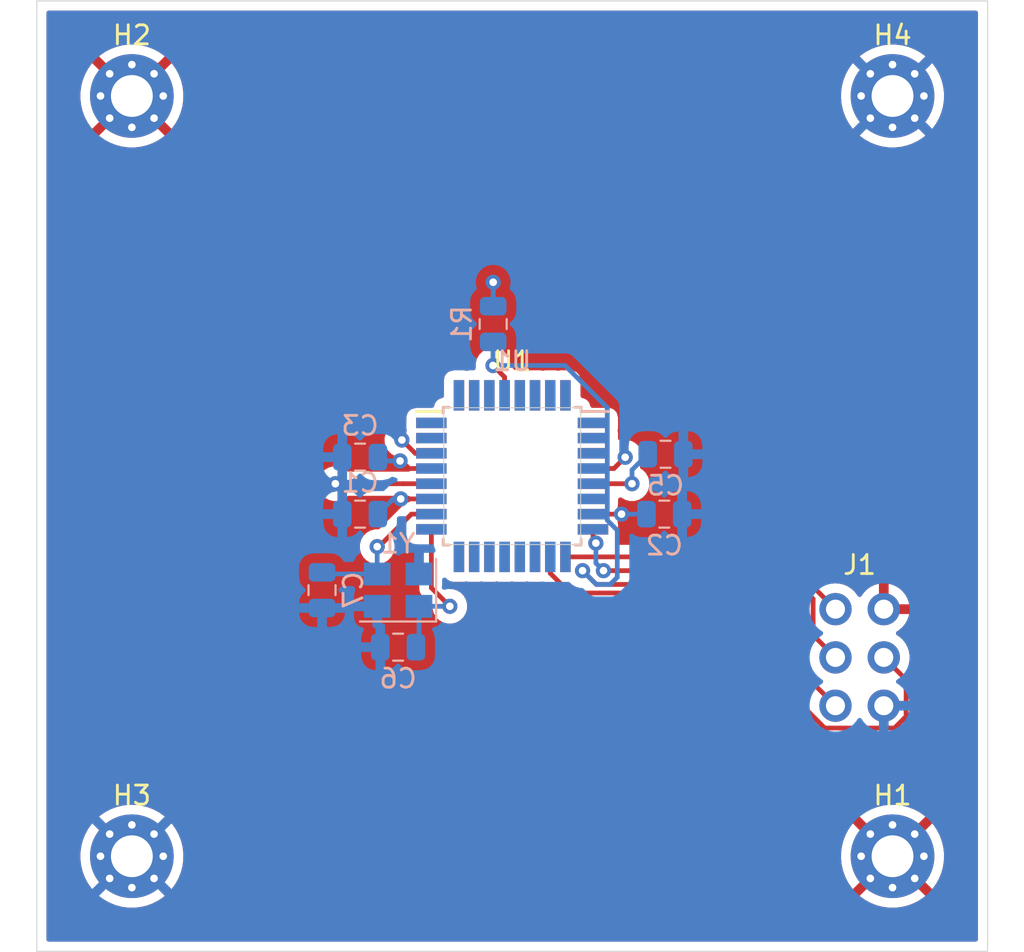
<source format=kicad_pcb>
(kicad_pcb (version 20200628) (host pcbnew "(5.99.0-2326-ge7e1d5140)")

  (general
    (thickness 1.6)
    (drawings 10)
    (tracks 83)
    (modules 15)
    (nets 29)
  )

  (paper "A4")
  (layers
    (0 "F.Cu" signal)
    (31 "B.Cu" signal)
    (32 "B.Adhes" user)
    (33 "F.Adhes" user)
    (34 "B.Paste" user)
    (35 "F.Paste" user)
    (36 "B.SilkS" user)
    (37 "F.SilkS" user)
    (38 "B.Mask" user)
    (39 "F.Mask" user)
    (40 "Dwgs.User" user)
    (41 "Cmts.User" user)
    (42 "Eco1.User" user)
    (43 "Eco2.User" user)
    (44 "Edge.Cuts" user)
    (45 "Margin" user)
    (46 "B.CrtYd" user)
    (47 "F.CrtYd" user)
    (48 "B.Fab" user)
    (49 "F.Fab" user)
  )

  (setup
    (pcbplotparams
      (layerselection 0x010fc_ffffffff)
      (usegerberextensions false)
      (usegerberattributes true)
      (usegerberadvancedattributes true)
      (creategerberjobfile true)
      (svguseinch false)
      (svgprecision 6)
      (excludeedgelayer true)
      (linewidth 0.100000)
      (plotframeref false)
      (viasonmask false)
      (mode 1)
      (useauxorigin false)
      (hpglpennumber 1)
      (hpglpenspeed 20)
      (hpglpendiameter 15.000000)
      (psnegative false)
      (psa4output false)
      (plotreference true)
      (plotvalue true)
      (plotinvisibletext false)
      (sketchpadsonfab false)
      (subtractmaskfromsilk false)
      (outputformat 1)
      (mirror false)
      (drillshape 1)
      (scaleselection 1)
      (outputdirectory "")
    )
  )

  (net 0 "")
  (net 1 "GNDREF")
  (net 2 "+5V")
  (net 3 "Net-(C5-Pad1)")
  (net 4 "Net-(C6-Pad2)")
  (net 5 "Net-(C7-Pad2)")
  (net 6 "/RST")
  (net 7 "/MOSI")
  (net 8 "/SCK")
  (net 9 "/MISO")
  (net 10 "Net-(U1-Pad32)")
  (net 11 "Net-(U1-Pad31)")
  (net 12 "Net-(U1-Pad30)")
  (net 13 "Net-(U1-Pad28)")
  (net 14 "Net-(U1-Pad27)")
  (net 15 "Net-(U1-Pad26)")
  (net 16 "Net-(U1-Pad25)")
  (net 17 "Net-(U1-Pad24)")
  (net 18 "Net-(U1-Pad23)")
  (net 19 "Net-(U1-Pad22)")
  (net 20 "Net-(U1-Pad19)")
  (net 21 "Net-(U1-Pad14)")
  (net 22 "Net-(U1-Pad13)")
  (net 23 "Net-(U1-Pad12)")
  (net 24 "Net-(U1-Pad11)")
  (net 25 "Net-(U1-Pad10)")
  (net 26 "Net-(U1-Pad9)")
  (net 27 "Net-(U1-Pad2)")
  (net 28 "Net-(U1-Pad1)")

  (module "Package_QFP:TQFP-32_7x7mm_P0.8mm" (layer "B.Cu") (tedit 5F19C877) (tstamp 2955c23a-949a-467a-8737-36358cc48c83)
    (at 37 37 180)
    (descr "32-Lead Plastic Thin Quad Flatpack (PT) - 7x7x1.0 mm Body, 2.00 mm [TQFP] (see Microchip Packaging Specification 00000049BS.pdf)")
    (tags "QFP 0.8")
    (path "/479a6ccd-230f-4084-bd38-11685df4d0d5")
    (attr smd)
    (fp_text reference "U1" (at 0 6.05) (layer "B.SilkS")
      (effects (font (size 1 1) (thickness 0.15)) (justify mirror))
    )
    (fp_text value "ATmega328P-AU" (at 0 -6.05) (layer "B.Fab")
      (effects (font (size 1 1) (thickness 0.15)) (justify mirror))
    )
    (fp_line (start -3.625 3.4) (end -5.05 3.4) (layer "B.SilkS") (width 0.15))
    (fp_line (start 3.625 3.625) (end 3.3 3.625) (layer "B.SilkS") (width 0.15))
    (fp_line (start 3.625 -3.625) (end 3.3 -3.625) (layer "B.SilkS") (width 0.15))
    (fp_line (start -3.625 -3.625) (end -3.3 -3.625) (layer "B.SilkS") (width 0.15))
    (fp_line (start -3.625 3.625) (end -3.3 3.625) (layer "B.SilkS") (width 0.15))
    (fp_line (start -3.625 -3.625) (end -3.625 -3.3) (layer "B.SilkS") (width 0.15))
    (fp_line (start 3.625 -3.625) (end 3.625 -3.3) (layer "B.SilkS") (width 0.15))
    (fp_line (start 3.625 3.625) (end 3.625 3.3) (layer "B.SilkS") (width 0.15))
    (fp_line (start -3.625 3.625) (end -3.625 3.4) (layer "B.SilkS") (width 0.15))
    (fp_line (start -5.3 -5.3) (end 5.3 -5.3) (layer "B.CrtYd") (width 0.05))
    (fp_line (start -5.3 5.3) (end 5.3 5.3) (layer "B.CrtYd") (width 0.05))
    (fp_line (start 5.3 5.3) (end 5.3 -5.3) (layer "B.CrtYd") (width 0.05))
    (fp_line (start -5.3 5.3) (end -5.3 -5.3) (layer "B.CrtYd") (width 0.05))
    (fp_line (start -3.5 2.5) (end -2.5 3.5) (layer "B.Fab") (width 0.15))
    (fp_line (start -3.5 -3.5) (end -3.5 2.5) (layer "B.Fab") (width 0.15))
    (fp_line (start 3.5 -3.5) (end -3.5 -3.5) (layer "B.Fab") (width 0.15))
    (fp_line (start 3.5 3.5) (end 3.5 -3.5) (layer "B.Fab") (width 0.15))
    (fp_line (start -2.5 3.5) (end 3.5 3.5) (layer "B.Fab") (width 0.15))
    (fp_text user "${REFERENCE}" (at 0 0) (layer "B.Fab")
      (effects (font (size 1 1) (thickness 0.15)) (justify mirror))
    )
    (pad "32" smd rect (at -2.8 4.25 90) (size 1.6 0.55) (layers "B.Cu" "B.Paste" "B.Mask")
      (pinfunction "PD2") (tstamp 4e204db7-4f5b-4216-b75b-b681b0b88c48))
    (pad "31" smd rect (at -2 4.25 90) (size 1.6 0.55) (layers "B.Cu" "B.Paste" "B.Mask")
      (pinfunction "PD1") (tstamp b3b2584d-c667-4007-b4b2-d610fed4c564))
    (pad "30" smd rect (at -1.2 4.25 90) (size 1.6 0.55) (layers "B.Cu" "B.Paste" "B.Mask")
      (pinfunction "PD0") (tstamp 1d35f461-12d0-4004-bfd9-a4434bcb4884))
    (pad "29" smd rect (at -0.4 4.25 90) (size 1.6 0.55) (layers "B.Cu" "B.Paste" "B.Mask")
      (pinfunction "~RESET~/PC6") (tstamp e2b06976-ae2d-46ee-90e1-0a824c8367b9))
    (pad "28" smd rect (at 0.4 4.25 90) (size 1.6 0.55) (layers "B.Cu" "B.Paste" "B.Mask")
      (pinfunction "PC5") (tstamp dae90fea-cab5-4a64-a2a2-224a08dc79b9))
    (pad "27" smd rect (at 1.2 4.25 90) (size 1.6 0.55) (layers "B.Cu" "B.Paste" "B.Mask")
      (pinfunction "PC4") (tstamp d8b20359-bd69-49e2-b854-1fdf121c3f63))
    (pad "26" smd rect (at 2 4.25 90) (size 1.6 0.55) (layers "B.Cu" "B.Paste" "B.Mask")
      (pinfunction "PC3") (tstamp f16b767d-3417-4f4f-8e3f-d92f9d1d7018))
    (pad "25" smd rect (at 2.8 4.25 90) (size 1.6 0.55) (layers "B.Cu" "B.Paste" "B.Mask")
      (pinfunction "PC2") (tstamp a589d43d-9a80-41b4-9280-6541af969652))
    (pad "24" smd rect (at 4.25 2.8 180) (size 1.6 0.55) (layers "B.Cu" "B.Paste" "B.Mask")
      (pinfunction "PC1") (tstamp d670fa0a-75e7-4227-a7c1-a4527cb967fb))
    (pad "23" smd rect (at 4.25 2 180) (size 1.6 0.55) (layers "B.Cu" "B.Paste" "B.Mask")
      (pinfunction "PC0") (tstamp 0e9b488e-bd6f-415b-9aff-7adb3bc393d3))
    (pad "22" smd rect (at 4.25 1.2 180) (size 1.6 0.55) (layers "B.Cu" "B.Paste" "B.Mask")
      (pinfunction "ADC7") (tstamp 617338ba-2d42-46b1-ab57-9d89fda2eb74))
    (pad "21" smd rect (at 4.25 0.4 180) (size 1.6 0.55) (layers "B.Cu" "B.Paste" "B.Mask")
      (pinfunction "GND") (tstamp dd1c41a9-d027-4cc0-b686-205917210942))
    (pad "20" smd rect (at 4.25 -0.4 180) (size 1.6 0.55) (layers "B.Cu" "B.Paste" "B.Mask")
      (pinfunction "AREF") (tstamp eec1946a-9444-457d-b161-989c1166658e))
    (pad "19" smd rect (at 4.25 -1.2 180) (size 1.6 0.55) (layers "B.Cu" "B.Paste" "B.Mask")
      (pinfunction "ADC6") (tstamp b05d8e4e-971b-485c-941f-36e44b6f69a1))
    (pad "18" smd rect (at 4.25 -2 180) (size 1.6 0.55) (layers "B.Cu" "B.Paste" "B.Mask")
      (pinfunction "AVCC") (tstamp fdc98e9b-48a9-47b5-ab22-7ffd93b5cf96))
    (pad "17" smd rect (at 4.25 -2.8 180) (size 1.6 0.55) (layers "B.Cu" "B.Paste" "B.Mask")
      (pinfunction "PB5") (tstamp 18d19c18-3d60-45d5-8296-b796d180fd5b))
    (pad "16" smd rect (at 2.8 -4.25 90) (size 1.6 0.55) (layers "B.Cu" "B.Paste" "B.Mask")
      (pinfunction "PB4") (tstamp a94933a0-4822-41d8-9517-5f5ccfdecb54))
    (pad "15" smd rect (at 2 -4.25 90) (size 1.6 0.55) (layers "B.Cu" "B.Paste" "B.Mask")
      (pinfunction "PB3") (tstamp f41d93b7-aa73-4884-a5ff-76dadce992d9))
    (pad "14" smd rect (at 1.2 -4.25 90) (size 1.6 0.55) (layers "B.Cu" "B.Paste" "B.Mask")
      (pinfunction "PB2") (tstamp aece68ae-6077-4797-9720-151ee18c0882))
    (pad "13" smd rect (at 0.4 -4.25 90) (size 1.6 0.55) (layers "B.Cu" "B.Paste" "B.Mask")
      (pinfunction "PB1") (tstamp a473900e-d508-4c0c-8df5-9c50755627c2))
    (pad "12" smd rect (at -0.4 -4.25 90) (size 1.6 0.55) (layers "B.Cu" "B.Paste" "B.Mask")
      (pinfunction "PB0") (tstamp a968b8ed-bbd9-410e-a350-74303b6372ef))
    (pad "11" smd rect (at -1.2 -4.25 90) (size 1.6 0.55) (layers "B.Cu" "B.Paste" "B.Mask")
      (pinfunction "PD7") (tstamp fee75551-b35c-48af-aca1-baffbe45c60c))
    (pad "10" smd rect (at -2 -4.25 90) (size 1.6 0.55) (layers "B.Cu" "B.Paste" "B.Mask")
      (pinfunction "PD6") (tstamp 86be255f-a4c9-464e-abed-7a97e1a662ef))
    (pad "9" smd rect (at -2.8 -4.25 90) (size 1.6 0.55) (layers "B.Cu" "B.Paste" "B.Mask")
      (pinfunction "PD5") (tstamp f181444d-fe55-4ce9-9913-668dec2a954f))
    (pad "8" smd rect (at -4.25 -2.8 180) (size 1.6 0.55) (layers "B.Cu" "B.Paste" "B.Mask")
      (pinfunction "XTAL2/PB7") (tstamp 194cdf23-1a21-4ce1-ad11-bf395f9ae298))
    (pad "7" smd rect (at -4.25 -2 180) (size 1.6 0.55) (layers "B.Cu" "B.Paste" "B.Mask")
      (pinfunction "XTAL1/PB6") (tstamp 61c75a2d-96be-43a6-ab5f-fe012c340da7))
    (pad "6" smd rect (at -4.25 -1.2 180) (size 1.6 0.55) (layers "B.Cu" "B.Paste" "B.Mask")
      (pinfunction "VCC") (tstamp f37215ab-f1ad-4d7c-b673-6696f128d62e))
    (pad "5" smd rect (at -4.25 -0.4 180) (size 1.6 0.55) (layers "B.Cu" "B.Paste" "B.Mask")
      (pinfunction "GND") (tstamp 97f0ace6-87e9-4d8f-b96b-3f6f1cede489))
    (pad "4" smd rect (at -4.25 0.4 180) (size 1.6 0.55) (layers "B.Cu" "B.Paste" "B.Mask")
      (pinfunction "VCC") (tstamp 8908a30b-be96-4525-bf64-d285a385819b))
    (pad "3" smd rect (at -4.25 1.2 180) (size 1.6 0.55) (layers "B.Cu" "B.Paste" "B.Mask")
      (pinfunction "GND") (tstamp 9c0ef55f-fe08-48c2-911c-54c5e98237b6))
    (pad "2" smd rect (at -4.25 2 180) (size 1.6 0.55) (layers "B.Cu" "B.Paste" "B.Mask")
      (pinfunction "PD4") (tstamp 1a6eddd9-bc1c-419f-b7ff-472566d0d18a))
    (pad "1" smd rect (at -4.25 2.8 180) (size 1.6 0.55) (layers "B.Cu" "B.Paste" "B.Mask")
      (pinfunction "PD3") (tstamp e0291e95-f9d4-4e60-b4af-5ffd393b8834))
    (model "${KISYS3DMOD}/Package_QFP.3dshapes/TQFP-32_7x7mm_P0.8mm.wrl" hide
      (at (xyz 0 0 0))
      (scale (xyz 1 1 1))
      (rotate (xyz 0 0 0))
    )
  )

  (module "Custom_Vertical_2x_2.54mm_Pin_Header:PinHeader_2x03_P2.54mm_Vertical" (layer "F.Cu") (tedit 59FED5CC) (tstamp 2ee38d83-c52e-4666-afef-a066000de862)
    (at 54 44)
    (descr "Through hole straight pin header, 2x03, 2.54mm pitch, double rows")
    (tags "Through hole pin header THT 2x03 2.54mm double row")
    (path "/17cde969-09b5-4f87-b31a-7d4b749e0858")
    (fp_text reference "J1" (at 1.27 -2.33) (layer "F.SilkS")
      (effects (font (size 1 1) (thickness 0.15)))
    )
    (fp_text value "ICSP" (at 1.27 7.41) (layer "F.Fab")
      (effects (font (size 1 1) (thickness 0.15)))
    )
    (fp_text user "${REFERENCE}" (at 1.27 2.54 90) (layer "F.Fab")
      (effects (font (size 1 1) (thickness 0.15)))
    )
    (fp_line (start 4.35 -1.8) (end -1.8 -1.8) (layer "F.CrtYd") (width 0.05))
    (fp_line (start 4.35 6.85) (end 4.35 -1.8) (layer "F.CrtYd") (width 0.05))
    (fp_line (start -1.8 6.85) (end 4.35 6.85) (layer "F.CrtYd") (width 0.05))
    (fp_line (start -1.8 -1.8) (end -1.8 6.85) (layer "F.CrtYd") (width 0.05))
    (fp_line (start -1.33 -1.33) (end 0 -1.33) (layer "Dwgs.User") (width 0.12))
    (fp_line (start -1.33 0) (end -1.33 -1.33) (layer "Dwgs.User") (width 0.12))
    (fp_line (start 1.27 -1.33) (end 3.87 -1.33) (layer "Dwgs.User") (width 0.12))
    (fp_line (start 1.27 1.27) (end 1.27 -1.33) (layer "Dwgs.User") (width 0.12))
    (fp_line (start -1.33 1.27) (end 1.27 1.27) (layer "Dwgs.User") (width 0.12))
    (fp_line (start 3.87 -1.33) (end 3.87 6.41) (layer "Dwgs.User") (width 0.12))
    (fp_line (start -1.33 1.27) (end -1.33 6.41) (layer "Dwgs.User") (width 0.12))
    (fp_line (start -1.33 6.41) (end 3.87 6.41) (layer "Dwgs.User") (width 0.12))
    (fp_line (start -1.27 0) (end 0 -1.27) (layer "F.Fab") (width 0.1))
    (fp_line (start -1.27 6.35) (end -1.27 0) (layer "F.Fab") (width 0.1))
    (fp_line (start 3.81 6.35) (end -1.27 6.35) (layer "F.Fab") (width 0.1))
    (fp_line (start 3.81 -1.27) (end 3.81 6.35) (layer "F.Fab") (width 0.1))
    (fp_line (start 0 -1.27) (end 3.81 -1.27) (layer "F.Fab") (width 0.1))
    (pad "6" thru_hole oval (at 2.54 5.08) (size 1.7 1.7) (drill 1) (layers *.Cu *.Mask)
      (net 1 "GNDREF") (pinfunction "Pin_6") (tstamp d8636d18-99ef-44b7-b4f6-ec6780efc431))
    (pad "5" thru_hole oval (at 0 5.08) (size 1.7 1.7) (drill 1) (layers *.Cu *.Mask)
      (net 6 "/RST") (pinfunction "Pin_5") (tstamp 2cb25764-26b1-4d41-82ac-3c4d236387d2))
    (pad "4" thru_hole oval (at 2.54 2.54) (size 1.7 1.7) (drill 1) (layers *.Cu *.Mask)
      (net 7 "/MOSI") (pinfunction "Pin_4") (tstamp cd722a73-8148-4e9d-a8c6-eb1a6265caff))
    (pad "3" thru_hole oval (at 0 2.54) (size 1.7 1.7) (drill 1) (layers *.Cu *.Mask)
      (net 8 "/SCK") (pinfunction "Pin_3") (tstamp 0e86648c-56f4-4e7d-a220-372bf9187754))
    (pad "2" thru_hole oval (at 2.54 0) (size 1.7 1.7) (drill 1) (layers *.Cu *.Mask)
      (net 2 "+5V") (pinfunction "Pin_2") (tstamp 96ef19c7-759e-421c-a520-9b99c3fabfe8))
    (pad "1" thru_hole oval (at 0 0) (size 1.7 1.7) (drill 1) (layers *.Cu *.Mask)
      (net 9 "/MISO") (pinfunction "Pin_1") (tstamp 63298a25-adc5-4209-9cdc-28cde6ffa574))
    (model "${KISYS3DMOD}/Connector_PinHeader_2.54mm.3dshapes/PinHeader_2x03_P2.54mm_Vertical.wrl"
      (at (xyz 0 0 0))
      (scale (xyz 1 1 1))
      (rotate (xyz 0 0 0))
    )
  )

  (module "MountingHole:MountingHole_2.2mm_M2_Pad_Via" (layer "F.Cu") (tedit 56DDB9C7) (tstamp f2876e3a-c1e8-4352-9933-55e98582a258)
    (at 57 17)
    (descr "Mounting Hole 2.2mm, M2")
    (tags "mounting hole 2.2mm m2")
    (path "/5710665e-554c-4fd7-a7ae-45ea2ce0f382")
    (attr virtual)
    (fp_text reference "H4" (at 0 -3.2) (layer "F.SilkS")
      (effects (font (size 1 1) (thickness 0.15)))
    )
    (fp_text value "MountingHole_Pad" (at 0 3.2) (layer "F.Fab")
      (effects (font (size 1 1) (thickness 0.15)))
    )
    (fp_circle (center 0 0) (end 2.45 0) (layer "F.CrtYd") (width 0.05))
    (fp_circle (center 0 0) (end 2.2 0) (layer "Cmts.User") (width 0.15))
    (fp_text user "${REFERENCE}" (at 0.3 0) (layer "F.Fab")
      (effects (font (size 1 1) (thickness 0.15)))
    )
    (pad "1" thru_hole circle (at 1.166726 -1.166726) (size 0.7 0.7) (drill 0.4) (layers *.Cu *.Mask)
      (net 1 "GNDREF") (pinfunction "1") (tstamp 2b392cb2-6003-4fdd-a26f-d71146af5f8b))
    (pad "1" thru_hole circle (at 0 -1.65) (size 0.7 0.7) (drill 0.4) (layers *.Cu *.Mask)
      (net 1 "GNDREF") (pinfunction "1") (tstamp eda82cb5-697f-46d3-b408-f9d3092c7047))
    (pad "1" thru_hole circle (at -1.166726 -1.166726) (size 0.7 0.7) (drill 0.4) (layers *.Cu *.Mask)
      (net 1 "GNDREF") (pinfunction "1") (tstamp 69ee8bbb-32f2-4322-a013-0c4944a8aa41))
    (pad "1" thru_hole circle (at -1.65 0) (size 0.7 0.7) (drill 0.4) (layers *.Cu *.Mask)
      (net 1 "GNDREF") (pinfunction "1") (tstamp 52e75658-55c3-4a2a-88e6-dbb461e05ab8))
    (pad "1" thru_hole circle (at -1.166726 1.166726) (size 0.7 0.7) (drill 0.4) (layers *.Cu *.Mask)
      (net 1 "GNDREF") (pinfunction "1") (tstamp 9d5cb053-1058-4ee8-829a-a7158196a82f))
    (pad "1" thru_hole circle (at 0 1.65) (size 0.7 0.7) (drill 0.4) (layers *.Cu *.Mask)
      (net 1 "GNDREF") (pinfunction "1") (tstamp 7f12985b-db82-410b-9879-731509c1a828))
    (pad "1" thru_hole circle (at 1.166726 1.166726) (size 0.7 0.7) (drill 0.4) (layers *.Cu *.Mask)
      (net 1 "GNDREF") (pinfunction "1") (tstamp 0bc70f34-e33c-4c4d-87e7-9da38c8a89d2))
    (pad "1" thru_hole circle (at 1.65 0) (size 0.7 0.7) (drill 0.4) (layers *.Cu *.Mask)
      (net 1 "GNDREF") (pinfunction "1") (tstamp 6daebc35-3d07-4100-9314-abea35157ba7))
    (pad "1" thru_hole circle (at 0 0) (size 4.4 4.4) (drill 2.2) (layers *.Cu *.Mask)
      (net 1 "GNDREF") (pinfunction "1") (tstamp 7beaee9c-dd85-4816-aa5e-1d3c2523af78))
  )

  (module "MountingHole:MountingHole_2.2mm_M2_Pad_Via" (layer "F.Cu") (tedit 56DDB9C7) (tstamp 7fa92384-be4a-4bc7-80b9-2594a4f2139f)
    (at 17 57)
    (descr "Mounting Hole 2.2mm, M2")
    (tags "mounting hole 2.2mm m2")
    (path "/407977fe-832b-428b-91f2-dab95aad4b94")
    (attr virtual)
    (fp_text reference "H3" (at 0 -3.2) (layer "F.SilkS")
      (effects (font (size 1 1) (thickness 0.15)))
    )
    (fp_text value "MountingHole_Pad" (at 0 3.2) (layer "F.Fab")
      (effects (font (size 1 1) (thickness 0.15)))
    )
    (fp_circle (center 0 0) (end 2.45 0) (layer "F.CrtYd") (width 0.05))
    (fp_circle (center 0 0) (end 2.2 0) (layer "Cmts.User") (width 0.15))
    (fp_text user "${REFERENCE}" (at 0.3 0) (layer "F.Fab")
      (effects (font (size 1 1) (thickness 0.15)))
    )
    (pad "1" thru_hole circle (at 1.166726 -1.166726) (size 0.7 0.7) (drill 0.4) (layers *.Cu *.Mask)
      (net 1 "GNDREF") (pinfunction "1") (tstamp 2b392cb2-6003-4fdd-a26f-d71146af5f8b))
    (pad "1" thru_hole circle (at 0 -1.65) (size 0.7 0.7) (drill 0.4) (layers *.Cu *.Mask)
      (net 1 "GNDREF") (pinfunction "1") (tstamp eda82cb5-697f-46d3-b408-f9d3092c7047))
    (pad "1" thru_hole circle (at -1.166726 -1.166726) (size 0.7 0.7) (drill 0.4) (layers *.Cu *.Mask)
      (net 1 "GNDREF") (pinfunction "1") (tstamp 69ee8bbb-32f2-4322-a013-0c4944a8aa41))
    (pad "1" thru_hole circle (at -1.65 0) (size 0.7 0.7) (drill 0.4) (layers *.Cu *.Mask)
      (net 1 "GNDREF") (pinfunction "1") (tstamp 52e75658-55c3-4a2a-88e6-dbb461e05ab8))
    (pad "1" thru_hole circle (at -1.166726 1.166726) (size 0.7 0.7) (drill 0.4) (layers *.Cu *.Mask)
      (net 1 "GNDREF") (pinfunction "1") (tstamp 9d5cb053-1058-4ee8-829a-a7158196a82f))
    (pad "1" thru_hole circle (at 0 1.65) (size 0.7 0.7) (drill 0.4) (layers *.Cu *.Mask)
      (net 1 "GNDREF") (pinfunction "1") (tstamp 7f12985b-db82-410b-9879-731509c1a828))
    (pad "1" thru_hole circle (at 1.166726 1.166726) (size 0.7 0.7) (drill 0.4) (layers *.Cu *.Mask)
      (net 1 "GNDREF") (pinfunction "1") (tstamp 0bc70f34-e33c-4c4d-87e7-9da38c8a89d2))
    (pad "1" thru_hole circle (at 1.65 0) (size 0.7 0.7) (drill 0.4) (layers *.Cu *.Mask)
      (net 1 "GNDREF") (pinfunction "1") (tstamp 6daebc35-3d07-4100-9314-abea35157ba7))
    (pad "1" thru_hole circle (at 0 0) (size 4.4 4.4) (drill 2.2) (layers *.Cu *.Mask)
      (net 1 "GNDREF") (pinfunction "1") (tstamp 7beaee9c-dd85-4816-aa5e-1d3c2523af78))
  )

  (module "MountingHole:MountingHole_2.2mm_M2_Pad_Via" (layer "F.Cu") (tedit 56DDB9C7) (tstamp b93ac9aa-7ef8-495b-be86-5dec1fd49e41)
    (at 17 17)
    (descr "Mounting Hole 2.2mm, M2")
    (tags "mounting hole 2.2mm m2")
    (path "/9183d461-e52d-40be-a0f9-c9dbfcfeac33")
    (attr virtual)
    (fp_text reference "H2" (at 0 -3.2) (layer "F.SilkS")
      (effects (font (size 1 1) (thickness 0.15)))
    )
    (fp_text value "MountingHole_Pad" (at 0 3.2) (layer "F.Fab")
      (effects (font (size 1 1) (thickness 0.15)))
    )
    (fp_circle (center 0 0) (end 2.45 0) (layer "F.CrtYd") (width 0.05))
    (fp_circle (center 0 0) (end 2.2 0) (layer "Cmts.User") (width 0.15))
    (fp_text user "${REFERENCE}" (at 0.3 0) (layer "F.Fab")
      (effects (font (size 1 1) (thickness 0.15)))
    )
    (pad "1" thru_hole circle (at 1.166726 -1.166726) (size 0.7 0.7) (drill 0.4) (layers *.Cu *.Mask)
      (net 2 "+5V") (pinfunction "1") (tstamp 2b392cb2-6003-4fdd-a26f-d71146af5f8b))
    (pad "1" thru_hole circle (at 0 -1.65) (size 0.7 0.7) (drill 0.4) (layers *.Cu *.Mask)
      (net 2 "+5V") (pinfunction "1") (tstamp eda82cb5-697f-46d3-b408-f9d3092c7047))
    (pad "1" thru_hole circle (at -1.166726 -1.166726) (size 0.7 0.7) (drill 0.4) (layers *.Cu *.Mask)
      (net 2 "+5V") (pinfunction "1") (tstamp 69ee8bbb-32f2-4322-a013-0c4944a8aa41))
    (pad "1" thru_hole circle (at -1.65 0) (size 0.7 0.7) (drill 0.4) (layers *.Cu *.Mask)
      (net 2 "+5V") (pinfunction "1") (tstamp 52e75658-55c3-4a2a-88e6-dbb461e05ab8))
    (pad "1" thru_hole circle (at -1.166726 1.166726) (size 0.7 0.7) (drill 0.4) (layers *.Cu *.Mask)
      (net 2 "+5V") (pinfunction "1") (tstamp 9d5cb053-1058-4ee8-829a-a7158196a82f))
    (pad "1" thru_hole circle (at 0 1.65) (size 0.7 0.7) (drill 0.4) (layers *.Cu *.Mask)
      (net 2 "+5V") (pinfunction "1") (tstamp 7f12985b-db82-410b-9879-731509c1a828))
    (pad "1" thru_hole circle (at 1.166726 1.166726) (size 0.7 0.7) (drill 0.4) (layers *.Cu *.Mask)
      (net 2 "+5V") (pinfunction "1") (tstamp 0bc70f34-e33c-4c4d-87e7-9da38c8a89d2))
    (pad "1" thru_hole circle (at 1.65 0) (size 0.7 0.7) (drill 0.4) (layers *.Cu *.Mask)
      (net 2 "+5V") (pinfunction "1") (tstamp 6daebc35-3d07-4100-9314-abea35157ba7))
    (pad "1" thru_hole circle (at 0 0) (size 4.4 4.4) (drill 2.2) (layers *.Cu *.Mask)
      (net 2 "+5V") (pinfunction "1") (tstamp 7beaee9c-dd85-4816-aa5e-1d3c2523af78))
  )

  (module "MountingHole:MountingHole_2.2mm_M2_Pad_Via" (layer "F.Cu") (tedit 56DDB9C7) (tstamp 5d557274-e03d-4ea9-b63b-dc76900bd9b7)
    (at 57 57)
    (descr "Mounting Hole 2.2mm, M2")
    (tags "mounting hole 2.2mm m2")
    (path "/a0de7e86-8e2c-4fd4-90ff-2b882354554e")
    (attr virtual)
    (fp_text reference "H1" (at 0 -3.2) (layer "F.SilkS")
      (effects (font (size 1 1) (thickness 0.15)))
    )
    (fp_text value "MountingHole_Pad" (at 0 3.2) (layer "F.Fab")
      (effects (font (size 1 1) (thickness 0.15)))
    )
    (fp_circle (center 0 0) (end 2.45 0) (layer "F.CrtYd") (width 0.05))
    (fp_circle (center 0 0) (end 2.2 0) (layer "Cmts.User") (width 0.15))
    (fp_text user "${REFERENCE}" (at 0.3 0) (layer "F.Fab")
      (effects (font (size 1 1) (thickness 0.15)))
    )
    (pad "1" thru_hole circle (at 1.166726 -1.166726) (size 0.7 0.7) (drill 0.4) (layers *.Cu *.Mask)
      (net 2 "+5V") (pinfunction "1") (tstamp 2b392cb2-6003-4fdd-a26f-d71146af5f8b))
    (pad "1" thru_hole circle (at 0 -1.65) (size 0.7 0.7) (drill 0.4) (layers *.Cu *.Mask)
      (net 2 "+5V") (pinfunction "1") (tstamp eda82cb5-697f-46d3-b408-f9d3092c7047))
    (pad "1" thru_hole circle (at -1.166726 -1.166726) (size 0.7 0.7) (drill 0.4) (layers *.Cu *.Mask)
      (net 2 "+5V") (pinfunction "1") (tstamp 69ee8bbb-32f2-4322-a013-0c4944a8aa41))
    (pad "1" thru_hole circle (at -1.65 0) (size 0.7 0.7) (drill 0.4) (layers *.Cu *.Mask)
      (net 2 "+5V") (pinfunction "1") (tstamp 52e75658-55c3-4a2a-88e6-dbb461e05ab8))
    (pad "1" thru_hole circle (at -1.166726 1.166726) (size 0.7 0.7) (drill 0.4) (layers *.Cu *.Mask)
      (net 2 "+5V") (pinfunction "1") (tstamp 9d5cb053-1058-4ee8-829a-a7158196a82f))
    (pad "1" thru_hole circle (at 0 1.65) (size 0.7 0.7) (drill 0.4) (layers *.Cu *.Mask)
      (net 2 "+5V") (pinfunction "1") (tstamp 7f12985b-db82-410b-9879-731509c1a828))
    (pad "1" thru_hole circle (at 1.166726 1.166726) (size 0.7 0.7) (drill 0.4) (layers *.Cu *.Mask)
      (net 2 "+5V") (pinfunction "1") (tstamp 0bc70f34-e33c-4c4d-87e7-9da38c8a89d2))
    (pad "1" thru_hole circle (at 1.65 0) (size 0.7 0.7) (drill 0.4) (layers *.Cu *.Mask)
      (net 2 "+5V") (pinfunction "1") (tstamp 6daebc35-3d07-4100-9314-abea35157ba7))
    (pad "1" thru_hole circle (at 0 0) (size 4.4 4.4) (drill 2.2) (layers *.Cu *.Mask)
      (net 2 "+5V") (pinfunction "1") (tstamp 7beaee9c-dd85-4816-aa5e-1d3c2523af78))
  )

  (module "Crystal:Crystal_SMD_3225-4Pin_3.2x2.5mm" (layer "B.Cu") (tedit 5A0FD1B2) (tstamp 5a65ea26-2cd3-4156-b31a-12415ab29049)
    (at 31 43 180)
    (descr "SMD Crystal SERIES SMD3225/4 http://www.txccrystal.com/images/pdf/7m-accuracy.pdf, 3.2x2.5mm^2 package")
    (tags "SMD SMT crystal")
    (path "/4fa8795e-c84e-4c17-b699-e3e9fbea13c6")
    (attr smd)
    (fp_text reference "Y1" (at 0 2.45) (layer "B.SilkS")
      (effects (font (size 1 1) (thickness 0.15)) (justify mirror))
    )
    (fp_text value "16MHz" (at 0 -2.45) (layer "B.Fab")
      (effects (font (size 1 1) (thickness 0.15)) (justify mirror))
    )
    (fp_line (start 2.1 1.7) (end -2.1 1.7) (layer "B.CrtYd") (width 0.05))
    (fp_line (start 2.1 -1.7) (end 2.1 1.7) (layer "B.CrtYd") (width 0.05))
    (fp_line (start -2.1 -1.7) (end 2.1 -1.7) (layer "B.CrtYd") (width 0.05))
    (fp_line (start -2.1 1.7) (end -2.1 -1.7) (layer "B.CrtYd") (width 0.05))
    (fp_line (start -2 -1.65) (end 2 -1.65) (layer "B.SilkS") (width 0.12))
    (fp_line (start -2 1.65) (end -2 -1.65) (layer "B.SilkS") (width 0.12))
    (fp_line (start -1.6 -0.25) (end -0.6 -1.25) (layer "B.Fab") (width 0.1))
    (fp_line (start 1.6 1.25) (end -1.6 1.25) (layer "B.Fab") (width 0.1))
    (fp_line (start 1.6 -1.25) (end 1.6 1.25) (layer "B.Fab") (width 0.1))
    (fp_line (start -1.6 -1.25) (end 1.6 -1.25) (layer "B.Fab") (width 0.1))
    (fp_line (start -1.6 1.25) (end -1.6 -1.25) (layer "B.Fab") (width 0.1))
    (fp_text user "${REFERENCE}" (at 0 0) (layer "B.Fab")
      (effects (font (size 0.7 0.7) (thickness 0.105)) (justify mirror))
    )
    (pad "4" smd rect (at -1.1 0.85 180) (size 1.4 1.2) (layers "B.Cu" "B.Paste" "B.Mask")
      (net 1 "GNDREF") (pinfunction "4") (tstamp 76942af2-a4b5-4646-a1b3-6a45f564e5d7))
    (pad "3" smd rect (at 1.1 0.85 180) (size 1.4 1.2) (layers "B.Cu" "B.Paste" "B.Mask")
      (net 5 "Net-(C7-Pad2)") (pinfunction "3") (tstamp 54de790c-38d0-4302-bb21-38e038f2f39f))
    (pad "2" smd rect (at 1.1 -0.85 180) (size 1.4 1.2) (layers "B.Cu" "B.Paste" "B.Mask")
      (net 1 "GNDREF") (pinfunction "2") (tstamp 0b481366-40af-45ce-859a-b1d55e57ad40))
    (pad "1" smd rect (at -1.1 -0.85 180) (size 1.4 1.2) (layers "B.Cu" "B.Paste" "B.Mask")
      (net 4 "Net-(C6-Pad2)") (pinfunction "1") (tstamp 989944f2-22c2-4c16-b1e9-d919b131d405))
    (model "${KISYS3DMOD}/Crystal.3dshapes/Crystal_SMD_3225-4Pin_3.2x2.5mm.wrl"
      (at (xyz 0 0 0))
      (scale (xyz 1 1 1))
      (rotate (xyz 0 0 0))
    )
  )

  (module "Package_QFP:TQFP-32_7x7mm_P0.8mm" (layer "F.Cu") (tedit 5A02F146) (tstamp 2955c23a-949a-467a-8737-36358cc48c83)
    (at 37 37)
    (descr "32-Lead Plastic Thin Quad Flatpack (PT) - 7x7x1.0 mm Body, 2.00 mm [TQFP] (see Microchip Packaging Specification 00000049BS.pdf)")
    (tags "QFP 0.8")
    (path "/479a6ccd-230f-4084-bd38-11685df4d0d5")
    (attr smd)
    (fp_text reference "U1" (at 0 -6.05) (layer "F.SilkS")
      (effects (font (size 1 1) (thickness 0.15)))
    )
    (fp_text value "ATmega328P-AU" (at 0 6.05) (layer "F.Fab")
      (effects (font (size 1 1) (thickness 0.15)))
    )
    (fp_line (start -3.625 -3.4) (end -5.05 -3.4) (layer "F.SilkS") (width 0.15))
    (fp_line (start 3.625 -3.625) (end 3.3 -3.625) (layer "F.SilkS") (width 0.15))
    (fp_line (start 3.625 3.625) (end 3.3 3.625) (layer "F.SilkS") (width 0.15))
    (fp_line (start -3.625 3.625) (end -3.3 3.625) (layer "F.SilkS") (width 0.15))
    (fp_line (start -3.625 -3.625) (end -3.3 -3.625) (layer "F.SilkS") (width 0.15))
    (fp_line (start -3.625 3.625) (end -3.625 3.3) (layer "F.SilkS") (width 0.15))
    (fp_line (start 3.625 3.625) (end 3.625 3.3) (layer "F.SilkS") (width 0.15))
    (fp_line (start 3.625 -3.625) (end 3.625 -3.3) (layer "F.SilkS") (width 0.15))
    (fp_line (start -3.625 -3.625) (end -3.625 -3.4) (layer "F.SilkS") (width 0.15))
    (fp_line (start -5.3 5.3) (end 5.3 5.3) (layer "F.CrtYd") (width 0.05))
    (fp_line (start -5.3 -5.3) (end 5.3 -5.3) (layer "F.CrtYd") (width 0.05))
    (fp_line (start 5.3 -5.3) (end 5.3 5.3) (layer "F.CrtYd") (width 0.05))
    (fp_line (start -5.3 -5.3) (end -5.3 5.3) (layer "F.CrtYd") (width 0.05))
    (fp_line (start -3.5 -2.5) (end -2.5 -3.5) (layer "F.Fab") (width 0.15))
    (fp_line (start -3.5 3.5) (end -3.5 -2.5) (layer "F.Fab") (width 0.15))
    (fp_line (start 3.5 3.5) (end -3.5 3.5) (layer "F.Fab") (width 0.15))
    (fp_line (start 3.5 -3.5) (end 3.5 3.5) (layer "F.Fab") (width 0.15))
    (fp_line (start -2.5 -3.5) (end 3.5 -3.5) (layer "F.Fab") (width 0.15))
    (fp_text user "${REFERENCE}" (at 0 0) (layer "F.Fab")
      (effects (font (size 1 1) (thickness 0.15)))
    )
    (pad "32" smd rect (at -2.8 -4.25 90) (size 1.6 0.55) (layers "F.Cu" "F.Paste" "F.Mask")
      (net 10 "Net-(U1-Pad32)") (pinfunction "PD2") (tstamp 4e204db7-4f5b-4216-b75b-b681b0b88c48))
    (pad "31" smd rect (at -2 -4.25 90) (size 1.6 0.55) (layers "F.Cu" "F.Paste" "F.Mask")
      (net 11 "Net-(U1-Pad31)") (pinfunction "PD1") (tstamp b3b2584d-c667-4007-b4b2-d610fed4c564))
    (pad "30" smd rect (at -1.2 -4.25 90) (size 1.6 0.55) (layers "F.Cu" "F.Paste" "F.Mask")
      (net 12 "Net-(U1-Pad30)") (pinfunction "PD0") (tstamp 1d35f461-12d0-4004-bfd9-a4434bcb4884))
    (pad "29" smd rect (at -0.4 -4.25 90) (size 1.6 0.55) (layers "F.Cu" "F.Paste" "F.Mask")
      (net 6 "/RST") (pinfunction "~RESET~/PC6") (tstamp e2b06976-ae2d-46ee-90e1-0a824c8367b9))
    (pad "28" smd rect (at 0.4 -4.25 90) (size 1.6 0.55) (layers "F.Cu" "F.Paste" "F.Mask")
      (net 13 "Net-(U1-Pad28)") (pinfunction "PC5") (tstamp dae90fea-cab5-4a64-a2a2-224a08dc79b9))
    (pad "27" smd rect (at 1.2 -4.25 90) (size 1.6 0.55) (layers "F.Cu" "F.Paste" "F.Mask")
      (net 14 "Net-(U1-Pad27)") (pinfunction "PC4") (tstamp d8b20359-bd69-49e2-b854-1fdf121c3f63))
    (pad "26" smd rect (at 2 -4.25 90) (size 1.6 0.55) (layers "F.Cu" "F.Paste" "F.Mask")
      (net 15 "Net-(U1-Pad26)") (pinfunction "PC3") (tstamp f16b767d-3417-4f4f-8e3f-d92f9d1d7018))
    (pad "25" smd rect (at 2.8 -4.25 90) (size 1.6 0.55) (layers "F.Cu" "F.Paste" "F.Mask")
      (net 16 "Net-(U1-Pad25)") (pinfunction "PC2") (tstamp a589d43d-9a80-41b4-9280-6541af969652))
    (pad "24" smd rect (at 4.25 -2.8) (size 1.6 0.55) (layers "F.Cu" "F.Paste" "F.Mask")
      (net 17 "Net-(U1-Pad24)") (pinfunction "PC1") (tstamp d670fa0a-75e7-4227-a7c1-a4527cb967fb))
    (pad "23" smd rect (at 4.25 -2) (size 1.6 0.55) (layers "F.Cu" "F.Paste" "F.Mask")
      (net 18 "Net-(U1-Pad23)") (pinfunction "PC0") (tstamp 0e9b488e-bd6f-415b-9aff-7adb3bc393d3))
    (pad "22" smd rect (at 4.25 -1.2) (size 1.6 0.55) (layers "F.Cu" "F.Paste" "F.Mask")
      (net 19 "Net-(U1-Pad22)") (pinfunction "ADC7") (tstamp 617338ba-2d42-46b1-ab57-9d89fda2eb74))
    (pad "21" smd rect (at 4.25 -0.4) (size 1.6 0.55) (layers "F.Cu" "F.Paste" "F.Mask")
      (net 1 "GNDREF") (pinfunction "GND") (tstamp dd1c41a9-d027-4cc0-b686-205917210942))
    (pad "20" smd rect (at 4.25 0.4) (size 1.6 0.55) (layers "F.Cu" "F.Paste" "F.Mask")
      (net 3 "Net-(C5-Pad1)") (pinfunction "AREF") (tstamp eec1946a-9444-457d-b161-989c1166658e))
    (pad "19" smd rect (at 4.25 1.2) (size 1.6 0.55) (layers "F.Cu" "F.Paste" "F.Mask")
      (net 20 "Net-(U1-Pad19)") (pinfunction "ADC6") (tstamp b05d8e4e-971b-485c-941f-36e44b6f69a1))
    (pad "18" smd rect (at 4.25 2) (size 1.6 0.55) (layers "F.Cu" "F.Paste" "F.Mask")
      (net 2 "+5V") (pinfunction "AVCC") (tstamp fdc98e9b-48a9-47b5-ab22-7ffd93b5cf96))
    (pad "17" smd rect (at 4.25 2.8) (size 1.6 0.55) (layers "F.Cu" "F.Paste" "F.Mask")
      (net 8 "/SCK") (pinfunction "PB5") (tstamp 18d19c18-3d60-45d5-8296-b796d180fd5b))
    (pad "16" smd rect (at 2.8 4.25 90) (size 1.6 0.55) (layers "F.Cu" "F.Paste" "F.Mask")
      (net 9 "/MISO") (pinfunction "PB4") (tstamp a94933a0-4822-41d8-9517-5f5ccfdecb54))
    (pad "15" smd rect (at 2 4.25 90) (size 1.6 0.55) (layers "F.Cu" "F.Paste" "F.Mask")
      (net 7 "/MOSI") (pinfunction "PB3") (tstamp f41d93b7-aa73-4884-a5ff-76dadce992d9))
    (pad "14" smd rect (at 1.2 4.25 90) (size 1.6 0.55) (layers "F.Cu" "F.Paste" "F.Mask")
      (net 21 "Net-(U1-Pad14)") (pinfunction "PB2") (tstamp aece68ae-6077-4797-9720-151ee18c0882))
    (pad "13" smd rect (at 0.4 4.25 90) (size 1.6 0.55) (layers "F.Cu" "F.Paste" "F.Mask")
      (net 22 "Net-(U1-Pad13)") (pinfunction "PB1") (tstamp a473900e-d508-4c0c-8df5-9c50755627c2))
    (pad "12" smd rect (at -0.4 4.25 90) (size 1.6 0.55) (layers "F.Cu" "F.Paste" "F.Mask")
      (net 23 "Net-(U1-Pad12)") (pinfunction "PB0") (tstamp a968b8ed-bbd9-410e-a350-74303b6372ef))
    (pad "11" smd rect (at -1.2 4.25 90) (size 1.6 0.55) (layers "F.Cu" "F.Paste" "F.Mask")
      (net 24 "Net-(U1-Pad11)") (pinfunction "PD7") (tstamp fee75551-b35c-48af-aca1-baffbe45c60c))
    (pad "10" smd rect (at -2 4.25 90) (size 1.6 0.55) (layers "F.Cu" "F.Paste" "F.Mask")
      (net 25 "Net-(U1-Pad10)") (pinfunction "PD6") (tstamp 86be255f-a4c9-464e-abed-7a97e1a662ef))
    (pad "9" smd rect (at -2.8 4.25 90) (size 1.6 0.55) (layers "F.Cu" "F.Paste" "F.Mask")
      (net 26 "Net-(U1-Pad9)") (pinfunction "PD5") (tstamp f181444d-fe55-4ce9-9913-668dec2a954f))
    (pad "8" smd rect (at -4.25 2.8) (size 1.6 0.55) (layers "F.Cu" "F.Paste" "F.Mask")
      (net 4 "Net-(C6-Pad2)") (pinfunction "XTAL2/PB7") (tstamp 194cdf23-1a21-4ce1-ad11-bf395f9ae298))
    (pad "7" smd rect (at -4.25 2) (size 1.6 0.55) (layers "F.Cu" "F.Paste" "F.Mask")
      (net 5 "Net-(C7-Pad2)") (pinfunction "XTAL1/PB6") (tstamp 61c75a2d-96be-43a6-ab5f-fe012c340da7))
    (pad "6" smd rect (at -4.25 1.2) (size 1.6 0.55) (layers "F.Cu" "F.Paste" "F.Mask")
      (net 2 "+5V") (pinfunction "VCC") (tstamp f37215ab-f1ad-4d7c-b673-6696f128d62e))
    (pad "5" smd rect (at -4.25 0.4) (size 1.6 0.55) (layers "F.Cu" "F.Paste" "F.Mask")
      (net 1 "GNDREF") (pinfunction "GND") (tstamp 97f0ace6-87e9-4d8f-b96b-3f6f1cede489))
    (pad "4" smd rect (at -4.25 -0.4) (size 1.6 0.55) (layers "F.Cu" "F.Paste" "F.Mask")
      (net 2 "+5V") (pinfunction "VCC") (tstamp 8908a30b-be96-4525-bf64-d285a385819b))
    (pad "3" smd rect (at -4.25 -1.2) (size 1.6 0.55) (layers "F.Cu" "F.Paste" "F.Mask")
      (net 1 "GNDREF") (pinfunction "GND") (tstamp 9c0ef55f-fe08-48c2-911c-54c5e98237b6))
    (pad "2" smd rect (at -4.25 -2) (size 1.6 0.55) (layers "F.Cu" "F.Paste" "F.Mask")
      (net 27 "Net-(U1-Pad2)") (pinfunction "PD4") (tstamp 1a6eddd9-bc1c-419f-b7ff-472566d0d18a))
    (pad "1" smd rect (at -4.25 -2.8) (size 1.6 0.55) (layers "F.Cu" "F.Paste" "F.Mask")
      (net 28 "Net-(U1-Pad1)") (pinfunction "PD3") (tstamp e0291e95-f9d4-4e60-b4af-5ffd393b8834))
    (model "${KISYS3DMOD}/Package_QFP.3dshapes/TQFP-32_7x7mm_P0.8mm.wrl"
      (at (xyz 0 0 0))
      (scale (xyz 1 1 1))
      (rotate (xyz 0 0 0))
    )
  )

  (module "Resistor_SMD:R_0805_2012Metric" (layer "B.Cu") (tedit 5B36C52B) (tstamp 3cdd8b7e-9e09-49d2-8010-148fcfc11615)
    (at 36 29 -90)
    (descr "Resistor SMD 0805 (2012 Metric), square (rectangular) end terminal, IPC_7351 nominal, (Body size source: https://docs.google.com/spreadsheets/d/1BsfQQcO9C6DZCsRaXUlFlo91Tg2WpOkGARC1WS5S8t0/edit?usp=sharing), generated with kicad-footprint-generator")
    (tags "resistor")
    (path "/6a621896-0cd7-46d8-9d7b-bd18b67e9bce")
    (attr smd)
    (fp_text reference "R1" (at 0 1.65 90) (layer "B.SilkS")
      (effects (font (size 1 1) (thickness 0.15)) (justify mirror))
    )
    (fp_text value "10K" (at 0 -1.65 90) (layer "B.Fab")
      (effects (font (size 1 1) (thickness 0.15)) (justify mirror))
    )
    (fp_text user "${REFERENCE}" (at 0 0 90) (layer "B.Fab")
      (effects (font (size 0.5 0.5) (thickness 0.08)) (justify mirror))
    )
    (fp_line (start 1.68 -0.95) (end -1.68 -0.95) (layer "B.CrtYd") (width 0.05))
    (fp_line (start 1.68 0.95) (end 1.68 -0.95) (layer "B.CrtYd") (width 0.05))
    (fp_line (start -1.68 0.95) (end 1.68 0.95) (layer "B.CrtYd") (width 0.05))
    (fp_line (start -1.68 -0.95) (end -1.68 0.95) (layer "B.CrtYd") (width 0.05))
    (fp_line (start -0.258578 -0.71) (end 0.258578 -0.71) (layer "B.SilkS") (width 0.12))
    (fp_line (start -0.258578 0.71) (end 0.258578 0.71) (layer "B.SilkS") (width 0.12))
    (fp_line (start 1 -0.6) (end -1 -0.6) (layer "B.Fab") (width 0.1))
    (fp_line (start 1 0.6) (end 1 -0.6) (layer "B.Fab") (width 0.1))
    (fp_line (start -1 0.6) (end 1 0.6) (layer "B.Fab") (width 0.1))
    (fp_line (start -1 -0.6) (end -1 0.6) (layer "B.Fab") (width 0.1))
    (pad "2" smd roundrect (at 0.9375 0 270) (size 0.975 1.4) (layers "B.Cu" "B.Paste" "B.Mask") (roundrect_rratio 0.25)
      (net 6 "/RST") (tstamp 94148224-daa6-4dc1-9c5d-727ebeb219a0))
    (pad "1" smd roundrect (at -0.9375 0 270) (size 0.975 1.4) (layers "B.Cu" "B.Paste" "B.Mask") (roundrect_rratio 0.25)
      (net 2 "+5V") (tstamp d1bbe2c5-fb55-4d4e-adb9-c619b3e24270))
    (model "${KISYS3DMOD}/Resistor_SMD.3dshapes/R_0805_2012Metric.wrl"
      (at (xyz 0 0 0))
      (scale (xyz 1 1 1))
      (rotate (xyz 0 0 0))
    )
  )

  (module "Capacitor_SMD:C_0805_2012Metric" (layer "B.Cu") (tedit 5B36C52B) (tstamp 9004cfa8-de6d-4a60-9058-d54018d67e50)
    (at 27 43 90)
    (descr "Capacitor SMD 0805 (2012 Metric), square (rectangular) end terminal, IPC_7351 nominal, (Body size source: https://docs.google.com/spreadsheets/d/1BsfQQcO9C6DZCsRaXUlFlo91Tg2WpOkGARC1WS5S8t0/edit?usp=sharing), generated with kicad-footprint-generator")
    (tags "capacitor")
    (path "/d6af4b21-770e-447d-9b91-c9064accee87")
    (attr smd)
    (fp_text reference "C7" (at 0 1.65 90) (layer "B.SilkS")
      (effects (font (size 1 1) (thickness 0.15)) (justify mirror))
    )
    (fp_text value "22pF" (at 0 -1.65 90) (layer "B.Fab")
      (effects (font (size 1 1) (thickness 0.15)) (justify mirror))
    )
    (fp_text user "${REFERENCE}" (at 0 0 90) (layer "B.Fab")
      (effects (font (size 0.5 0.5) (thickness 0.08)) (justify mirror))
    )
    (fp_line (start 1.68 -0.95) (end -1.68 -0.95) (layer "B.CrtYd") (width 0.05))
    (fp_line (start 1.68 0.95) (end 1.68 -0.95) (layer "B.CrtYd") (width 0.05))
    (fp_line (start -1.68 0.95) (end 1.68 0.95) (layer "B.CrtYd") (width 0.05))
    (fp_line (start -1.68 -0.95) (end -1.68 0.95) (layer "B.CrtYd") (width 0.05))
    (fp_line (start -0.258578 -0.71) (end 0.258578 -0.71) (layer "B.SilkS") (width 0.12))
    (fp_line (start -0.258578 0.71) (end 0.258578 0.71) (layer "B.SilkS") (width 0.12))
    (fp_line (start 1 -0.6) (end -1 -0.6) (layer "B.Fab") (width 0.1))
    (fp_line (start 1 0.6) (end 1 -0.6) (layer "B.Fab") (width 0.1))
    (fp_line (start -1 0.6) (end 1 0.6) (layer "B.Fab") (width 0.1))
    (fp_line (start -1 -0.6) (end -1 0.6) (layer "B.Fab") (width 0.1))
    (pad "2" smd roundrect (at 0.9375 0 90) (size 0.975 1.4) (layers "B.Cu" "B.Paste" "B.Mask") (roundrect_rratio 0.25)
      (net 5 "Net-(C7-Pad2)") (tstamp 5ed5f42c-fdab-4942-b6bd-e8c509328ac3))
    (pad "1" smd roundrect (at -0.9375 0 90) (size 0.975 1.4) (layers "B.Cu" "B.Paste" "B.Mask") (roundrect_rratio 0.25)
      (net 1 "GNDREF") (tstamp b68e746a-0066-4fac-9299-54fa4ee6a16b))
    (model "${KISYS3DMOD}/Capacitor_SMD.3dshapes/C_0805_2012Metric.wrl"
      (at (xyz 0 0 0))
      (scale (xyz 1 1 1))
      (rotate (xyz 0 0 0))
    )
  )

  (module "Capacitor_SMD:C_0805_2012Metric" (layer "B.Cu") (tedit 5B36C52B) (tstamp 14c47146-8ff4-4454-92b3-55b093884bf7)
    (at 31 46)
    (descr "Capacitor SMD 0805 (2012 Metric), square (rectangular) end terminal, IPC_7351 nominal, (Body size source: https://docs.google.com/spreadsheets/d/1BsfQQcO9C6DZCsRaXUlFlo91Tg2WpOkGARC1WS5S8t0/edit?usp=sharing), generated with kicad-footprint-generator")
    (tags "capacitor")
    (path "/3981c5c7-7fce-466b-92b1-32da5baed4b1")
    (attr smd)
    (fp_text reference "C6" (at 0 1.65) (layer "B.SilkS")
      (effects (font (size 1 1) (thickness 0.15)) (justify mirror))
    )
    (fp_text value "22pF" (at 0 -1.65) (layer "B.Fab")
      (effects (font (size 1 1) (thickness 0.15)) (justify mirror))
    )
    (fp_text user "${REFERENCE}" (at 0 0) (layer "B.Fab")
      (effects (font (size 0.5 0.5) (thickness 0.08)) (justify mirror))
    )
    (fp_line (start 1.68 -0.95) (end -1.68 -0.95) (layer "B.CrtYd") (width 0.05))
    (fp_line (start 1.68 0.95) (end 1.68 -0.95) (layer "B.CrtYd") (width 0.05))
    (fp_line (start -1.68 0.95) (end 1.68 0.95) (layer "B.CrtYd") (width 0.05))
    (fp_line (start -1.68 -0.95) (end -1.68 0.95) (layer "B.CrtYd") (width 0.05))
    (fp_line (start -0.258578 -0.71) (end 0.258578 -0.71) (layer "B.SilkS") (width 0.12))
    (fp_line (start -0.258578 0.71) (end 0.258578 0.71) (layer "B.SilkS") (width 0.12))
    (fp_line (start 1 -0.6) (end -1 -0.6) (layer "B.Fab") (width 0.1))
    (fp_line (start 1 0.6) (end 1 -0.6) (layer "B.Fab") (width 0.1))
    (fp_line (start -1 0.6) (end 1 0.6) (layer "B.Fab") (width 0.1))
    (fp_line (start -1 -0.6) (end -1 0.6) (layer "B.Fab") (width 0.1))
    (pad "2" smd roundrect (at 0.9375 0) (size 0.975 1.4) (layers "B.Cu" "B.Paste" "B.Mask") (roundrect_rratio 0.25)
      (net 4 "Net-(C6-Pad2)") (tstamp 5ed5f42c-fdab-4942-b6bd-e8c509328ac3))
    (pad "1" smd roundrect (at -0.9375 0) (size 0.975 1.4) (layers "B.Cu" "B.Paste" "B.Mask") (roundrect_rratio 0.25)
      (net 1 "GNDREF") (tstamp b68e746a-0066-4fac-9299-54fa4ee6a16b))
    (model "${KISYS3DMOD}/Capacitor_SMD.3dshapes/C_0805_2012Metric.wrl"
      (at (xyz 0 0 0))
      (scale (xyz 1 1 1))
      (rotate (xyz 0 0 0))
    )
  )

  (module "Capacitor_SMD:C_0805_2012Metric" (layer "B.Cu") (tedit 5B36C52B) (tstamp d061fbad-2eaa-42a7-ba68-87aa77a59cd2)
    (at 45.0625 35.85)
    (descr "Capacitor SMD 0805 (2012 Metric), square (rectangular) end terminal, IPC_7351 nominal, (Body size source: https://docs.google.com/spreadsheets/d/1BsfQQcO9C6DZCsRaXUlFlo91Tg2WpOkGARC1WS5S8t0/edit?usp=sharing), generated with kicad-footprint-generator")
    (tags "capacitor")
    (path "/ac4e6d41-3585-4ab0-a06a-9689fc87a4ce")
    (attr smd)
    (fp_text reference "C5" (at 0 1.65 180) (layer "B.SilkS")
      (effects (font (size 1 1) (thickness 0.15)) (justify mirror))
    )
    (fp_text value "100nF" (at 0 -1.65 180) (layer "B.Fab")
      (effects (font (size 1 1) (thickness 0.15)) (justify mirror))
    )
    (fp_text user "${REFERENCE}" (at 0 0 180) (layer "B.Fab")
      (effects (font (size 0.5 0.5) (thickness 0.08)) (justify mirror))
    )
    (fp_line (start 1.68 -0.95) (end -1.68 -0.95) (layer "B.CrtYd") (width 0.05))
    (fp_line (start 1.68 0.95) (end 1.68 -0.95) (layer "B.CrtYd") (width 0.05))
    (fp_line (start -1.68 0.95) (end 1.68 0.95) (layer "B.CrtYd") (width 0.05))
    (fp_line (start -1.68 -0.95) (end -1.68 0.95) (layer "B.CrtYd") (width 0.05))
    (fp_line (start -0.258578 -0.71) (end 0.258578 -0.71) (layer "B.SilkS") (width 0.12))
    (fp_line (start -0.258578 0.71) (end 0.258578 0.71) (layer "B.SilkS") (width 0.12))
    (fp_line (start 1 -0.6) (end -1 -0.6) (layer "B.Fab") (width 0.1))
    (fp_line (start 1 0.6) (end 1 -0.6) (layer "B.Fab") (width 0.1))
    (fp_line (start -1 0.6) (end 1 0.6) (layer "B.Fab") (width 0.1))
    (fp_line (start -1 -0.6) (end -1 0.6) (layer "B.Fab") (width 0.1))
    (pad "2" smd roundrect (at 0.9375 0) (size 0.975 1.4) (layers "B.Cu" "B.Paste" "B.Mask") (roundrect_rratio 0.25)
      (net 1 "GNDREF") (tstamp 5ed5f42c-fdab-4942-b6bd-e8c509328ac3))
    (pad "1" smd roundrect (at -0.9375 0) (size 0.975 1.4) (layers "B.Cu" "B.Paste" "B.Mask") (roundrect_rratio 0.25)
      (net 3 "Net-(C5-Pad1)") (tstamp b68e746a-0066-4fac-9299-54fa4ee6a16b))
    (model "${KISYS3DMOD}/Capacitor_SMD.3dshapes/C_0805_2012Metric.wrl"
      (at (xyz 0 0 0))
      (scale (xyz 1 1 1))
      (rotate (xyz 0 0 0))
    )
  )

  (module "Capacitor_SMD:C_0805_2012Metric" (layer "B.Cu") (tedit 5B36C52B) (tstamp f5b728a3-e6b2-46d7-9bf1-af0c349dbfe9)
    (at 29 36 180)
    (descr "Capacitor SMD 0805 (2012 Metric), square (rectangular) end terminal, IPC_7351 nominal, (Body size source: https://docs.google.com/spreadsheets/d/1BsfQQcO9C6DZCsRaXUlFlo91Tg2WpOkGARC1WS5S8t0/edit?usp=sharing), generated with kicad-footprint-generator")
    (tags "capacitor")
    (path "/bfde51b9-2e81-4a86-8032-3427591ad489")
    (attr smd)
    (fp_text reference "C3" (at 0 1.65) (layer "B.SilkS")
      (effects (font (size 1 1) (thickness 0.15)) (justify mirror))
    )
    (fp_text value "100nF" (at 0 -1.65) (layer "B.Fab")
      (effects (font (size 1 1) (thickness 0.15)) (justify mirror))
    )
    (fp_text user "${REFERENCE}" (at 0 0) (layer "B.Fab")
      (effects (font (size 0.5 0.5) (thickness 0.08)) (justify mirror))
    )
    (fp_line (start 1.68 -0.95) (end -1.68 -0.95) (layer "B.CrtYd") (width 0.05))
    (fp_line (start 1.68 0.95) (end 1.68 -0.95) (layer "B.CrtYd") (width 0.05))
    (fp_line (start -1.68 0.95) (end 1.68 0.95) (layer "B.CrtYd") (width 0.05))
    (fp_line (start -1.68 -0.95) (end -1.68 0.95) (layer "B.CrtYd") (width 0.05))
    (fp_line (start -0.258578 -0.71) (end 0.258578 -0.71) (layer "B.SilkS") (width 0.12))
    (fp_line (start -0.258578 0.71) (end 0.258578 0.71) (layer "B.SilkS") (width 0.12))
    (fp_line (start 1 -0.6) (end -1 -0.6) (layer "B.Fab") (width 0.1))
    (fp_line (start 1 0.6) (end 1 -0.6) (layer "B.Fab") (width 0.1))
    (fp_line (start -1 0.6) (end 1 0.6) (layer "B.Fab") (width 0.1))
    (fp_line (start -1 -0.6) (end -1 0.6) (layer "B.Fab") (width 0.1))
    (pad "2" smd roundrect (at 0.9375 0 180) (size 0.975 1.4) (layers "B.Cu" "B.Paste" "B.Mask") (roundrect_rratio 0.25)
      (net 1 "GNDREF") (tstamp 5ed5f42c-fdab-4942-b6bd-e8c509328ac3))
    (pad "1" smd roundrect (at -0.9375 0 180) (size 0.975 1.4) (layers "B.Cu" "B.Paste" "B.Mask") (roundrect_rratio 0.25)
      (net 2 "+5V") (tstamp b68e746a-0066-4fac-9299-54fa4ee6a16b))
    (model "${KISYS3DMOD}/Capacitor_SMD.3dshapes/C_0805_2012Metric.wrl"
      (at (xyz 0 0 0))
      (scale (xyz 1 1 1))
      (rotate (xyz 0 0 0))
    )
  )

  (module "Capacitor_SMD:C_0805_2012Metric" (layer "B.Cu") (tedit 5B36C52B) (tstamp ade939ec-4704-4b84-8a73-c718ed3582fb)
    (at 45 39)
    (descr "Capacitor SMD 0805 (2012 Metric), square (rectangular) end terminal, IPC_7351 nominal, (Body size source: https://docs.google.com/spreadsheets/d/1BsfQQcO9C6DZCsRaXUlFlo91Tg2WpOkGARC1WS5S8t0/edit?usp=sharing), generated with kicad-footprint-generator")
    (tags "capacitor")
    (path "/7c9c71a0-56f4-4c65-a07c-75b532a5bdf3")
    (attr smd)
    (fp_text reference "C2" (at 0 1.65) (layer "B.SilkS")
      (effects (font (size 1 1) (thickness 0.15)) (justify mirror))
    )
    (fp_text value "100nF" (at 0 -1.65) (layer "B.Fab")
      (effects (font (size 1 1) (thickness 0.15)) (justify mirror))
    )
    (fp_text user "${REFERENCE}" (at 0 0) (layer "B.Fab")
      (effects (font (size 0.5 0.5) (thickness 0.08)) (justify mirror))
    )
    (fp_line (start 1.68 -0.95) (end -1.68 -0.95) (layer "B.CrtYd") (width 0.05))
    (fp_line (start 1.68 0.95) (end 1.68 -0.95) (layer "B.CrtYd") (width 0.05))
    (fp_line (start -1.68 0.95) (end 1.68 0.95) (layer "B.CrtYd") (width 0.05))
    (fp_line (start -1.68 -0.95) (end -1.68 0.95) (layer "B.CrtYd") (width 0.05))
    (fp_line (start -0.258578 -0.71) (end 0.258578 -0.71) (layer "B.SilkS") (width 0.12))
    (fp_line (start -0.258578 0.71) (end 0.258578 0.71) (layer "B.SilkS") (width 0.12))
    (fp_line (start 1 -0.6) (end -1 -0.6) (layer "B.Fab") (width 0.1))
    (fp_line (start 1 0.6) (end 1 -0.6) (layer "B.Fab") (width 0.1))
    (fp_line (start -1 0.6) (end 1 0.6) (layer "B.Fab") (width 0.1))
    (fp_line (start -1 -0.6) (end -1 0.6) (layer "B.Fab") (width 0.1))
    (pad "2" smd roundrect (at 0.9375 0) (size 0.975 1.4) (layers "B.Cu" "B.Paste" "B.Mask") (roundrect_rratio 0.25)
      (net 1 "GNDREF") (tstamp 5ed5f42c-fdab-4942-b6bd-e8c509328ac3))
    (pad "1" smd roundrect (at -0.9375 0) (size 0.975 1.4) (layers "B.Cu" "B.Paste" "B.Mask") (roundrect_rratio 0.25)
      (net 2 "+5V") (tstamp b68e746a-0066-4fac-9299-54fa4ee6a16b))
    (model "${KISYS3DMOD}/Capacitor_SMD.3dshapes/C_0805_2012Metric.wrl"
      (at (xyz 0 0 0))
      (scale (xyz 1 1 1))
      (rotate (xyz 0 0 0))
    )
  )

  (module "Capacitor_SMD:C_0805_2012Metric" (layer "B.Cu") (tedit 5B36C52B) (tstamp fdf75ab8-c21c-47d7-8254-8ccb22ad97a3)
    (at 29 39 180)
    (descr "Capacitor SMD 0805 (2012 Metric), square (rectangular) end terminal, IPC_7351 nominal, (Body size source: https://docs.google.com/spreadsheets/d/1BsfQQcO9C6DZCsRaXUlFlo91Tg2WpOkGARC1WS5S8t0/edit?usp=sharing), generated with kicad-footprint-generator")
    (tags "capacitor")
    (path "/a5896d88-fc72-4d34-a2b5-85286a023c18")
    (attr smd)
    (fp_text reference "C1" (at 0 1.65) (layer "B.SilkS")
      (effects (font (size 1 1) (thickness 0.15)) (justify mirror))
    )
    (fp_text value "100nF" (at 0 -1.65) (layer "B.Fab")
      (effects (font (size 1 1) (thickness 0.15)) (justify mirror))
    )
    (fp_text user "${REFERENCE}" (at 0 0) (layer "B.Fab")
      (effects (font (size 0.5 0.5) (thickness 0.08)) (justify mirror))
    )
    (fp_line (start 1.68 -0.95) (end -1.68 -0.95) (layer "B.CrtYd") (width 0.05))
    (fp_line (start 1.68 0.95) (end 1.68 -0.95) (layer "B.CrtYd") (width 0.05))
    (fp_line (start -1.68 0.95) (end 1.68 0.95) (layer "B.CrtYd") (width 0.05))
    (fp_line (start -1.68 -0.95) (end -1.68 0.95) (layer "B.CrtYd") (width 0.05))
    (fp_line (start -0.258578 -0.71) (end 0.258578 -0.71) (layer "B.SilkS") (width 0.12))
    (fp_line (start -0.258578 0.71) (end 0.258578 0.71) (layer "B.SilkS") (width 0.12))
    (fp_line (start 1 -0.6) (end -1 -0.6) (layer "B.Fab") (width 0.1))
    (fp_line (start 1 0.6) (end 1 -0.6) (layer "B.Fab") (width 0.1))
    (fp_line (start -1 0.6) (end 1 0.6) (layer "B.Fab") (width 0.1))
    (fp_line (start -1 -0.6) (end -1 0.6) (layer "B.Fab") (width 0.1))
    (pad "2" smd roundrect (at 0.9375 0 180) (size 0.975 1.4) (layers "B.Cu" "B.Paste" "B.Mask") (roundrect_rratio 0.25)
      (net 1 "GNDREF") (tstamp 5ed5f42c-fdab-4942-b6bd-e8c509328ac3))
    (pad "1" smd roundrect (at -0.9375 0 180) (size 0.975 1.4) (layers "B.Cu" "B.Paste" "B.Mask") (roundrect_rratio 0.25)
      (net 2 "+5V") (tstamp b68e746a-0066-4fac-9299-54fa4ee6a16b))
    (model "${KISYS3DMOD}/Capacitor_SMD.3dshapes/C_0805_2012Metric.wrl"
      (at (xyz 0 0 0))
      (scale (xyz 1 1 1))
      (rotate (xyz 0 0 0))
    )
  )

  (gr_line (start 40.6 33.4) (end 40.6 40.6) (layer "Edge.Cuts") (width 0.05) (tstamp 0621f557-e401-40d4-a169-2fe06025fb28))
  (gr_line (start 33.4 40.6) (end 33.4 33.4) (layer "Edge.Cuts") (width 0.05) (tstamp 50edd233-63d9-4d85-b8b4-c4c92379c80c))
  (gr_line (start 40.6 40.6) (end 33.4 40.6) (layer "Edge.Cuts") (width 0.05) (tstamp d94869d1-0e96-4a14-a3ca-99913915b546))
  (gr_line (start 33.4 33.4) (end 40.6 33.4) (layer "Edge.Cuts") (width 0.05) (tstamp da8aac15-ff00-454b-975b-fc8ed1b07712))
  (gr_line (start 62 62) (end 12 62) (layer "Edge.Cuts") (width 0.05) (tstamp 425126c2-51a1-4df7-a74f-44c47434857f))
  (gr_line (start 62 12) (end 12 62) (layer "Dwgs.User") (width 0.1) (tstamp dcd5d81f-8c9c-419a-bfb9-ed255b69f282))
  (gr_line (start 12 12) (end 62 62) (layer "Dwgs.User") (width 0.1) (tstamp 442914b2-2bca-4055-af58-2d52f339ba16))
  (gr_line (start 12 62) (end 12 12) (layer "Edge.Cuts") (width 0.05) (tstamp cb92b205-ae93-4445-b5d5-1f4ba5f62c74))
  (gr_line (start 62 12) (end 62 62) (layer "Edge.Cuts") (width 0.05) (tstamp 19203e4b-edfe-41e0-abde-5c0af88eb0ad))
  (gr_line (start 12 12) (end 62 12) (layer "Edge.Cuts") (width 0.05) (tstamp 1af0ee18-c192-465d-97de-bb8c713a0341))

  (segment (start 42 33.4) (end 39.78 31.18) (width 0.25) (layer "B.Cu") (net 6) (tstamp 87e400c4-8eb8-4cbd-94a9-2220959a2c8f))
  (segment (start 39.78 31.18) (end 35.99 31.18) (width 0.25) (layer "B.Cu") (net 6) (tstamp 481b0fbb-27b5-41cd-ad4a-24cc525c8d78))
  (segment (start 42.148001 42.700001) (end 42.525001 42.323001) (width 0.25) (layer "B.Cu") (net 6) (tstamp 01f46425-e84d-495a-92fe-135f2f5912e1))
  (segment (start 40.7 41.975) (end 41.425001 42.700001) (width 0.25) (layer "B.Cu") (net 6) (tstamp 4cdad9cd-8793-4be6-9dd5-6a836db040bc))
  (segment (start 42.525001 42.323001) (end 42.525001 39.848003) (width 0.25) (layer "B.Cu") (net 6) (tstamp da860a03-0bbd-4334-b789-83ca5bc72348))
  (segment (start 42 39.323002) (end 42 33.4) (width 0.25) (layer "B.Cu") (net 6) (tstamp 9cc53fc7-51f5-4dc4-ac6d-926522d128e3))
  (segment (start 42.525001 39.848003) (end 42 39.323002) (width 0.25) (layer "B.Cu") (net 6) (tstamp 69174c29-6108-43c1-9886-cdd2b88d1e77))
  (segment (start 41.425001 42.700001) (end 42.148001 42.700001) (width 0.25) (layer "B.Cu") (net 6) (tstamp 2f692e45-c45a-4369-acd5-3d9ce4f9ac10))
  (via (at 27.7 37.4) (size 0.8) (drill 0.4) (layers "F.Cu" "B.Cu") (net 1) (tstamp 923f121d-a000-44cf-89db-4bef273ac629))
  (segment (start 31.288817 37.4) (end 27.7 37.4) (width 0.25) (layer "F.Cu") (net 1) (tstamp 31b3312e-78b8-4345-af0e-a0c3524e9523))
  (via (at 31.2 35.1) (size 0.8) (drill 0.4) (layers "F.Cu" "B.Cu") (net 1) (tstamp fc461965-fee3-461b-8f13-9445ffe7cce9))
  (segment (start 31.9 35.8) (end 31.2 35.1) (width 0.25) (layer "F.Cu") (net 1) (tstamp 7a2c18c3-dcfd-45d4-bded-200770fb9629))
  (segment (start 32.75 35.8) (end 31.9 35.8) (width 0.25) (layer "F.Cu") (net 1) (tstamp b9505416-5db8-427e-89f8-1125db5abfd5))
  (segment (start 31.84 36.6) (end 31.501143 36.6) (width 0.25) (layer "F.Cu") (net 2) (tstamp 9de61f10-bd77-4907-b65e-608168a746a4))
  (via (at 31.102464 36.201321) (size 0.8) (drill 0.4) (layers "F.Cu" "B.Cu") (net 2) (tstamp 51fbaf2c-9546-48c4-9cc7-208a6847933a))
  (segment (start 31.501143 36.6) (end 31.102464 36.201321) (width 0.25) (layer "F.Cu") (net 2) (tstamp f8036e5e-546a-44ba-b949-25d2b9accd28))
  (segment (start 31.102464 36.201321) (end 30.138821 36.201321) (width 0.25) (layer "B.Cu") (net 2) (tstamp ebfbc91c-3510-4f40-84f1-42ec4aa4f3e3))
  (segment (start 30.138821 36.201321) (end 29.9375 36) (width 0.25) (layer "B.Cu") (net 2) (tstamp bd1efb50-7700-4f7e-9e8a-ec421fa2b132))
  (segment (start 32.75 37.4) (end 31.288817 37.4) (width 0.25) (layer "F.Cu") (net 1) (tstamp f3f0eb85-b6ce-4773-9f6e-b5056cfa5c8d))
  (segment (start 41.25 36.6) (end 42.349694 36.6) (width 0.25) (layer "F.Cu") (net 1) (tstamp 0747ced2-5d19-449c-85df-357aa66856a3))
  (via (at 42.941054 36.00864) (size 0.8) (drill 0.4) (layers "F.Cu" "B.Cu") (net 1) (tstamp 9b33b055-07b3-456b-a3d4-3e16e1e2a805))
  (segment (start 42.349694 36.6) (end 42.941054 36.00864) (width 0.25) (layer "F.Cu") (net 1) (tstamp aab260d4-215f-4727-a079-174e99699a81))
  (segment (start 41.25 37.4) (end 43.3 37.4) (width 0.25) (layer "F.Cu") (net 3) (tstamp 4ce0b567-65bd-44eb-b19d-b790dc0d94b9))
  (segment (start 43.3 37.4) (end 43.3 36.675) (width 0.25) (layer "B.Cu") (net 3) (tstamp 099aaabb-4f75-4bd1-957d-4074d73012fd))
  (via (at 43.3 37.4) (size 0.8) (drill 0.4) (layers "F.Cu" "B.Cu") (net 3) (tstamp 5dcd7bc1-baf6-4663-a597-8e1186ab846b))
  (segment (start 43.3 36.675) (end 44.125 35.85) (width 0.25) (layer "B.Cu") (net 3) (tstamp 467264fe-3385-4b67-8aad-efc9f596f7e1))
  (segment (start 51.924979 43.834209) (end 51.924979 48.743981) (width 0.25) (layer "F.Cu") (net 7) (tstamp 5ece25dd-1949-4254-a671-ab8459bf2701))
  (segment (start 39 41.25) (end 39 42.110002) (width 0.25) (layer "F.Cu") (net 7) (tstamp a46e296c-e462-47f6-b9c8-b1095eb6218b))
  (segment (start 51.240781 43.150011) (end 51.924979 43.834209) (width 0.25) (layer "F.Cu") (net 7) (tstamp df7d35e0-40ca-4173-b625-23e1f11817c3))
  (segment (start 57.715001 47.715001) (end 56.54 46.54) (width 0.25) (layer "F.Cu") (net 7) (tstamp 7f5bb261-7653-450a-ae55-18cb69329002))
  (segment (start 40.040009 43.150011) (end 51.240781 43.150011) (width 0.25) (layer "F.Cu") (net 7) (tstamp ef9db9ff-c59e-44ff-a6a2-35985a7b99f8))
  (segment (start 39 42.110002) (end 40.040009 43.150011) (width 0.25) (layer "F.Cu") (net 7) (tstamp b182d9db-a621-4225-8d1d-b84e323d90ff))
  (segment (start 51.924979 48.743981) (end 53.435999 50.255001) (width 0.25) (layer "F.Cu") (net 7) (tstamp cbdcff50-a69b-4fff-be00-88dd1c2ade04))
  (segment (start 53.435999 50.255001) (end 57.104001 50.255001) (width 0.25) (layer "F.Cu") (net 7) (tstamp 52c0cfa6-691a-4cb0-a073-c7b864ddad66))
  (segment (start 57.104001 50.255001) (end 57.715001 49.644001) (width 0.25) (layer "F.Cu") (net 7) (tstamp a0880f1f-7516-44ed-ba3a-ae0754dfd0a2))
  (segment (start 57.715001 49.644001) (end 57.715001 47.715001) (width 0.25) (layer "F.Cu") (net 7) (tstamp 14c71d27-3e0b-4dc3-ae83-a37b9f81f5a5))
  (segment (start 41.425001 42.700001) (end 51.427181 42.700001) (width 0.25) (layer "F.Cu") (net 6) (tstamp db25e402-ffca-467a-aed0-ea9bea9cee3f))
  (segment (start 51.427181 42.700001) (end 52.374989 43.647809) (width 0.25) (layer "F.Cu") (net 6) (tstamp 6b34083b-4030-4eb9-80cf-be81a864126b))
  (segment (start 52.374989 47.454989) (end 54 49.08) (width 0.25) (layer "F.Cu") (net 6) (tstamp 20ea6459-ef6e-4c3b-8d4d-a37c8e5e0f5b))
  (segment (start 40.7 41.975) (end 41.425001 42.700001) (width 0.25) (layer "F.Cu") (net 6) (tstamp 387589fa-b110-4768-89b1-2b4d6a5d022b))
  (segment (start 52.374989 43.647809) (end 52.374989 47.454989) (width 0.25) (layer "F.Cu") (net 6) (tstamp 40cacd4b-e077-49d3-9261-032d250b83ff))
  (segment (start 51.33859 41.975) (end 52.824999 43.461409) (width 0.25) (layer "F.Cu") (net 8) (tstamp 5824e955-0f2d-4295-8cc2-1d7c66017656))
  (segment (start 52.824999 43.461409) (end 52.824999 45.364999) (width 0.25) (layer "F.Cu") (net 8) (tstamp eb056d19-b77e-41a0-b4d5-c35338b1b02b))
  (segment (start 41.8 41.975) (end 51.33859 41.975) (width 0.25) (layer "F.Cu") (net 8) (tstamp caf6a5c6-c6bf-4414-94ea-54e23af0a46c))
  (segment (start 52.824999 45.364999) (end 54 46.54) (width 0.25) (layer "F.Cu") (net 8) (tstamp 9c8f0145-c83c-4e36-b670-440c9b4ac338))
  (segment (start 41.25 39.8) (end 41.25 40.375) (width 0.25) (layer "F.Cu") (net 8) (tstamp 2986949a-4ea6-4704-9646-45bae97fc31c))
  (via (at 41.8 41.975) (size 0.8) (drill 0.4) (layers "F.Cu" "B.Cu") (net 8) (tstamp 7987eb5d-aa5c-452a-af90-c6bb259ac812))
  (segment (start 41.4 41.575) (end 41.8 41.975) (width 0.25) (layer "B.Cu") (net 8) (tstamp 14ea75fc-89dc-43de-a790-54a80dfe5886))
  (segment (start 41.25 40.375) (end 41.4 40.525) (width 0.25) (layer "F.Cu") (net 8) (tstamp 0bd8bb34-fef8-49a3-b96f-1e64b20f68e9))
  (via (at 41.4 40.525) (size 0.8) (drill 0.4) (layers "F.Cu" "B.Cu") (net 8) (tstamp e88d1b64-9e78-45d3-80a7-fae7eba47d67))
  (segment (start 41.4 40.525) (end 41.4 41.575) (width 0.25) (layer "B.Cu") (net 8) (tstamp 5017bea1-2824-41e3-a239-31209c628e7b))
  (via (at 40.7 41.975) (size 0.8) (drill 0.4) (layers "F.Cu" "B.Cu") (net 6) (tstamp af454c66-d4cd-489d-9d4d-ab15285761e1))
  (segment (start 39.8 41.25) (end 51.25 41.25) (width 0.25) (layer "F.Cu") (net 9) (tstamp 868db46e-cc43-4bf9-a15f-75e48a47ad96))
  (segment (start 51.25 41.25) (end 54 44) (width 0.25) (layer "F.Cu") (net 9) (tstamp ddd9e5d8-933a-4fe1-8279-f0a670073438))
  (via (at 36 26.8) (size 0.8) (drill 0.4) (layers "F.Cu" "B.Cu") (net 2) (tstamp b0ac3455-d103-4b28-811a-1aee20c8b11a))
  (segment (start 36 28.0625) (end 36 26.8) (width 0.25) (layer "B.Cu") (net 2) (tstamp fed44638-a1bc-4a39-b5ae-2fa48abe70f4))
  (segment (start 36.6 32.75) (end 36.6 31.79) (width 0.25) (layer "F.Cu") (net 6) (tstamp 0a499c5a-cd82-457f-b601-bf15b7343f0b))
  (via (at 35.99 31.18) (size 0.8) (drill 0.4) (layers "F.Cu" "B.Cu") (net 6) (tstamp 021a7172-8bd5-431e-b972-e09dba5dca3f))
  (segment (start 35.99 29.9475) (end 36 29.9375) (width 0.25) (layer "B.Cu") (net 6) (tstamp 27836e20-7f48-48f2-ae4e-aab5423c2629))
  (segment (start 36.6 31.79) (end 35.99 31.18) (width 0.25) (layer "F.Cu") (net 6) (tstamp 5635aa99-996a-4ec8-8aa0-0ab29d29532c))
  (segment (start 35.99 31.18) (end 35.99 29.9475) (width 0.25) (layer "B.Cu") (net 6) (tstamp d3fbee90-0144-40d7-9da2-acc69a68d4b8))
  (segment (start 41.25 39) (end 42.75 39) (width 0.25) (layer "F.Cu") (net 2) (tstamp 75cbea88-8ce9-4d83-b9f4-c4dba5ae74b2))
  (via (at 42.75 39) (size 0.8) (drill 0.4) (layers "F.Cu" "B.Cu") (net 2) (tstamp 58965f60-e453-4795-9ba5-eb94d7115027))
  (segment (start 42.75 39) (end 44.0625 39) (width 0.25) (layer "B.Cu") (net 2) (tstamp f9fe5cd7-f155-4413-9bc1-815840885fb7))
  (segment (start 32.1 43.85) (end 32.1 45.8375) (width 0.25) (layer "B.Cu") (net 4) (tstamp 00e4eb9d-377d-4417-92f9-57ac242062e5))
  (segment (start 32.1 45.8375) (end 31.9375 46) (width 0.25) (layer "B.Cu") (net 4) (tstamp 5d5fa8f4-bd3d-4a4d-96b7-82149c87349c))
  (via (at 33.72 43.85) (size 0.8) (drill 0.4) (layers "F.Cu" "B.Cu") (net 4) (tstamp d2176ccd-9365-43ff-a26f-2803034ee330))
  (segment (start 32.75 42.88) (end 33.72 43.85) (width 0.25) (layer "F.Cu") (net 4) (tstamp ae9fb65a-5ae9-4bb3-ab4e-0967012737cd))
  (segment (start 32.75 39.8) (end 32.75 42.88) (width 0.25) (layer "F.Cu") (net 4) (tstamp 6ecfd84c-2ccd-4d33-a122-6866551b0bd3))
  (segment (start 33.72 43.85) (end 32.1 43.85) (width 0.25) (layer "B.Cu") (net 4) (tstamp 6fdb2345-49b6-4265-9121-1ae7b48e0641))
  (segment (start 29.9 42.15) (end 27.0875 42.15) (width 0.25) (layer "B.Cu") (net 5) (tstamp cd0639c3-2ffc-4e15-bb79-f0d878b6776a))
  (segment (start 27.0875 42.15) (end 27 42.0625) (width 0.25) (layer "B.Cu") (net 5) (tstamp 9504a6b4-abb3-4a29-ab6b-b6c59392daed))
  (segment (start 29.99 40.71) (end 29.9 40.71) (width 0.25) (layer "F.Cu") (net 5) (tstamp 98b65980-4ad6-41cd-8895-27d602856160))
  (via (at 29.9 40.71) (size 0.8) (drill 0.4) (layers "F.Cu" "B.Cu") (net 5) (tstamp 6eb30e49-9b98-41a1-ae06-40d0669019b9))
  (segment (start 32.75 39) (end 31.7 39) (width 0.25) (layer "F.Cu") (net 5) (tstamp 45fba17b-364d-4d7b-8307-e6414ae13795))
  (segment (start 31.7 39) (end 29.99 40.71) (width 0.25) (layer "F.Cu") (net 5) (tstamp 8f750c4d-3dbd-40db-b070-24c3202fe9ed))
  (segment (start 29.9 40.71) (end 29.9 42.15) (width 0.25) (layer "B.Cu") (net 5) (tstamp 04db83f6-d46b-43ad-8b0e-f4c3579a8dd7))
  (segment (start 32.75 38.2) (end 31.14 38.2) (width 0.25) (layer "F.Cu") (net 2) (tstamp 09d8fead-d246-439a-8d2d-5c44661e9370))
  (via (at 31.14 38.2) (size 0.8) (drill 0.4) (layers "F.Cu" "B.Cu") (net 2) (tstamp 514e9527-6d7a-4052-842d-cfe8a6bb8564))
  (segment (start 31.14 38.2) (end 30.7375 38.2) (width 0.25) (layer "B.Cu") (net 2) (tstamp 90443d06-f913-4408-9f41-d42950987ee8))
  (segment (start 30.7375 38.2) (end 29.9375 39) (width 0.25) (layer "B.Cu") (net 2) (tstamp 2f5648fd-5e7e-4d7d-9f88-c0c2500e733e))
  (segment (start 32.75 36.6) (end 31.84 36.6) (width 0.25) (layer "F.Cu") (net 2) (tstamp 4ea9d3cf-7106-4f74-be11-9ed3c6522812))
  (segment (start 29.9575 35.98) (end 29.9375 36) (width 0.25) (layer "B.Cu") (net 2) (tstamp 0c765af6-b569-471f-8213-e08bbdae116e))

  (zone (net 1) (net_name "GNDREF") (layer "B.Cu") (tstamp 596c7d79-07be-4bbf-92aa-b676d083cd4a) (hatch edge 0.508)
    (connect_pads (clearance 0.508))
    (min_thickness 0.254)
    (fill yes (thermal_gap 0.508) (thermal_bridge_width 0.508))
    (polygon
      (pts
        (xy 62 62) (xy 12 62) (xy 12 12) (xy 62 12)
      )
    )
    (filled_polygon
      (layer B.Cu)
      (pts
        (xy 61.366001 61.366) (xy 12.634 61.366) (xy 12.634 59.037175) (xy 15.143844 59.037175) (xy 15.146384 59.145022)
        (xy 15.216217 59.208566) (xy 15.222128 59.213328) (xy 15.494468 59.406869) (xy 15.500907 59.410885) (xy 15.794526 59.570307)
        (xy 15.801401 59.57352) (xy 16.112045 59.696513) (xy 16.119257 59.698877) (xy 16.442427 59.783659) (xy 16.44987 59.785139)
        (xy 16.780885 59.830483) (xy 16.788453 59.831059) (xy 17.122517 59.836307) (xy 17.130099 59.835969) (xy 17.462376 59.801045)
        (xy 17.469862 59.799799) (xy 17.795535 59.72521) (xy 17.802818 59.723073) (xy 18.117171 59.6099) (xy 18.124144 59.606904)
        (xy 18.422625 59.456783) (xy 18.429188 59.452971) (xy 18.707472 59.26808) (xy 18.713529 59.263507) (xy 18.850788 59.146277)
        (xy 18.855116 59.036135) (xy 18.651666 58.832685) (xy 18.651665 58.832685) (xy 17.896612 58.077631) (xy 17.500767 57.681787)
        (xy 17.500767 57.681786) (xy 17.052191 57.23321) (xy 16.947809 57.23321) (xy 16.499233 57.681786) (xy 16.499233 57.681787)
        (xy 15.744179 58.43684) (xy 15.348335 58.832685) (xy 15.348334 58.832685) (xy 15.143844 59.037175) (xy 12.634 59.037175)
        (xy 12.634 57.137367) (xy 14.164374 57.137367) (xy 14.164752 57.144947) (xy 14.201414 57.477035) (xy 14.2027 57.484515)
        (xy 14.278993 57.809793) (xy 14.281167 57.817064) (xy 14.395986 58.130822) (xy 14.399018 58.137779) (xy 14.550699 58.435469)
        (xy 14.554545 58.442011) (xy 14.740892 58.719323) (xy 14.745496 58.725356) (xy 14.854062 58.851133) (xy 14.963823 58.855158)
        (xy 15.167315 58.651666) (xy 15.167315 58.651665) (xy 15.922369 57.896612) (xy 15.952559 57.866422) (xy 16.318213 57.500767)
        (xy 16.318214 57.500767) (xy 16.76679 57.052191) (xy 16.76679 56.947809) (xy 17.23321 56.947809) (xy 17.23321 57.052191)
        (xy 17.681786 57.500767) (xy 17.681787 57.500767) (xy 18.04744 57.866421) (xy 18.07763 57.896611) (xy 18.832685 58.651665)
        (xy 18.832685 58.651666) (xy 19.037533 58.856513) (xy 19.144995 58.854263) (xy 19.199196 58.795322) (xy 19.203988 58.789436)
        (xy 19.398953 58.518114) (xy 19.403003 58.511695) (xy 19.56396 58.218916) (xy 19.567209 58.212057) (xy 19.691827 57.902062)
        (xy 19.694229 57.894863) (xy 19.780702 57.572141) (xy 19.782221 57.564705) (xy 19.829343 57.233605) (xy 19.829969 57.225379)
        (xy 19.83089 57.137367) (xy 54.164374 57.137367) (xy 54.164752 57.144947) (xy 54.201414 57.477035) (xy 54.2027 57.484515)
        (xy 54.278993 57.809793) (xy 54.281167 57.817064) (xy 54.395986 58.130822) (xy 54.399018 58.137779) (xy 54.550699 58.435469)
        (xy 54.554545 58.442011) (xy 54.740892 58.719324) (xy 54.745496 58.725356) (xy 54.963807 58.978273) (xy 54.969103 58.98371)
        (xy 55.216218 59.208567) (xy 55.222128 59.213328) (xy 55.494468 59.406869) (xy 55.500907 59.410885) (xy 55.794526 59.570307)
        (xy 55.801401 59.57352) (xy 56.112045 59.696513) (xy 56.119257 59.698877) (xy 56.442427 59.783659) (xy 56.44987 59.785139)
        (xy 56.780885 59.830483) (xy 56.788453 59.831059) (xy 57.122517 59.836307) (xy 57.130099 59.835969) (xy 57.462376 59.801045)
        (xy 57.469862 59.799799) (xy 57.795535 59.72521) (xy 57.802818 59.723073) (xy 58.117171 59.6099) (xy 58.124144 59.606904)
        (xy 58.422625 59.456783) (xy 58.429188 59.452971) (xy 58.707472 59.26808) (xy 58.713529 59.263508) (xy 58.967585 59.046523)
        (xy 58.973049 59.041256) (xy 59.199197 58.795321) (xy 59.203988 58.789436) (xy 59.398953 58.518114) (xy 59.403003 58.511695)
        (xy 59.56396 58.218916) (xy 59.567209 58.212057) (xy 59.691827 57.902062) (xy 59.694229 57.894863) (xy 59.780702 57.572141)
        (xy 59.782221 57.564705) (xy 59.829343 57.233605) (xy 59.829969 57.225379) (xy 59.834068 56.833937) (xy 59.833615 56.8257)
        (xy 59.793438 56.493686) (xy 59.792074 56.48622) (xy 59.712378 56.161758) (xy 59.710127 56.15451) (xy 59.59203 55.841973)
        (xy 59.588925 55.835048) (xy 59.434135 55.538961) (xy 59.43022 55.532459) (xy 59.240981 55.257114) (xy 59.236313 55.251129)
        (xy 59.015365 55.000512) (xy 59.010012 54.995132) (xy 58.760556 54.772874) (xy 58.754596 54.768176) (xy 58.480245 54.577497)
        (xy 58.473764 54.573549) (xy 58.178493 54.417211) (xy 58.171584 54.41407) (xy 57.859669 54.294336) (xy 57.852433 54.292048)
        (xy 57.528393 54.210655) (xy 57.520935 54.209252) (xy 57.189462 54.167378) (xy 57.181889 54.166882) (xy 56.847788 54.165132)
        (xy 56.84021 54.165549) (xy 56.508318 54.20395) (xy 56.500846 54.205275) (xy 56.175971 54.28327) (xy 56.168712 54.285483)
        (xy 55.855559 54.401942) (xy 55.848618 54.405011) (xy 55.551726 54.558249) (xy 55.545204 54.562129) (xy 55.268871 54.749925)
        (xy 55.262862 54.754561) (xy 55.011092 54.974194) (xy 55.005684 54.979518) (xy 54.782124 55.227807) (xy 54.777394 55.233742)
        (xy 54.585281 55.507091) (xy 54.581299 55.513551) (xy 54.423417 55.808) (xy 54.420239 55.814892) (xy 54.298875 56.126176)
        (xy 54.296548 56.1334) (xy 54.21346 56.45701) (xy 54.212018 56.464461) (xy 54.168409 56.795709) (xy 54.167873 56.803279)
        (xy 54.164374 57.137367) (xy 19.83089 57.137367) (xy 19.834068 56.833937) (xy 19.833615 56.8257) (xy 19.793438 56.493686)
        (xy 19.792074 56.48622) (xy 19.712378 56.161758) (xy 19.710127 56.15451) (xy 19.59203 55.841973) (xy 19.588925 55.835048)
        (xy 19.434135 55.538961) (xy 19.43022 55.532459) (xy 19.24098 55.257113) (xy 19.236313 55.251129) (xy 19.145414 55.148026)
        (xy 19.036418 55.144601) (xy 18.832685 55.348334) (xy 18.832685 55.348335) (xy 18.077631 56.103388) (xy 17.681787 56.499233)
        (xy 17.681786 56.499233) (xy 17.23321 56.947809) (xy 16.76679 56.947809) (xy 16.318214 56.499233) (xy 16.318213 56.499233)
        (xy 15.56316 55.744179) (xy 15.167315 55.348335) (xy 15.167315 55.348334) (xy 14.963129 55.144148) (xy 14.854899 55.146982)
        (xy 14.782124 55.227806) (xy 14.777394 55.233742) (xy 14.585281 55.507091) (xy 14.581299 55.513551) (xy 14.423417 55.808)
        (xy 14.420239 55.814892) (xy 14.298875 56.126176) (xy 14.296548 56.1334) (xy 14.21346 56.45701) (xy 14.212018 56.464461)
        (xy 14.168409 56.795709) (xy 14.167873 56.803279) (xy 14.164374 57.137367) (xy 12.634 57.137367) (xy 12.634 54.963729)
        (xy 15.144748 54.963729) (xy 15.348334 55.167315) (xy 15.348335 55.167315) (xy 15.744178 55.563159) (xy 16.499233 56.318213)
        (xy 16.499233 56.318214) (xy 16.947809 56.76679) (xy 17.052191 56.76679) (xy 17.500767 56.318214) (xy 17.500767 56.318213)
        (xy 18.255821 55.56316) (xy 18.651665 55.167315) (xy 18.651666 55.167315) (xy 18.855599 54.963382) (xy 18.852471 54.854769)
        (xy 18.760557 54.772875) (xy 18.754596 54.768176) (xy 18.480245 54.577497) (xy 18.473764 54.573549) (xy 18.178493 54.417211)
        (xy 18.171584 54.41407) (xy 17.859669 54.294336) (xy 17.852433 54.292048) (xy 17.528393 54.210655) (xy 17.520935 54.209252)
        (xy 17.189462 54.167378) (xy 17.181889 54.166882) (xy 16.847788 54.165132) (xy 16.84021 54.165549) (xy 16.508318 54.20395)
        (xy 16.500846 54.205275) (xy 16.175971 54.28327) (xy 16.168712 54.285483) (xy 15.855559 54.401942) (xy 15.848618 54.405011)
        (xy 15.551726 54.558249) (xy 15.545204 54.562129) (xy 15.268871 54.749925) (xy 15.262862 54.754561) (xy 15.148472 54.854351)
        (xy 15.144748 54.963729) (xy 12.634 54.963729) (xy 12.634 46.201809) (xy 28.935776 46.201809) (xy 28.935776 46.460498)
        (xy 28.93722 46.473928) (xy 29.009685 46.807044) (xy 29.018315 46.827878) (xy 29.146153 47.0268) (xy 29.157956 47.040421)
        (xy 29.334948 47.193785) (xy 29.35011 47.203529) (xy 29.563141 47.300817) (xy 29.580434 47.305895) (xy 29.847525 47.344297)
        (xy 29.9345 47.268932) (xy 29.9345 46.201809) (xy 29.860691 46.128) (xy 29.009585 46.128) (xy 28.935776 46.201809)
        (xy 12.634 46.201809) (xy 12.634 44.159377) (xy 25.653616 44.159377) (xy 25.734685 44.532044) (xy 25.743315 44.552878)
        (xy 25.871153 44.7518) (xy 25.882956 44.765421) (xy 26.059948 44.918785) (xy 26.07511 44.928529) (xy 26.288141 45.025817)
        (xy 26.305434 45.030895) (xy 26.532779 45.063582) (xy 26.541756 45.064224) (xy 26.798191 45.064224) (xy 26.872 44.990415)
        (xy 27.127999 44.990415) (xy 27.201808 45.064224) (xy 27.460498 45.064224) (xy 27.473928 45.06278) (xy 27.807044 44.990315)
        (xy 27.827878 44.981685) (xy 28.0268 44.853847) (xy 28.040421 44.842044) (xy 28.193785 44.665052) (xy 28.203529 44.64989)
        (xy 28.300817 44.436859) (xy 28.305895 44.419566) (xy 28.344297 44.152475) (xy 28.268932 44.0655) (xy 27.201809 44.065499)
        (xy 27.128 44.139308) (xy 27.127999 44.990415) (xy 26.872 44.990415) (xy 26.872001 44.139309) (xy 26.798192 44.0655)
        (xy 25.729268 44.065499) (xy 25.653616 44.159377) (xy 12.634 44.159377) (xy 12.634 44.051808) (xy 28.558163 44.051808)
        (xy 28.558163 44.458258) (xy 28.560319 44.474634) (xy 28.635137 44.753859) (xy 28.64788 44.778339) (xy 28.77899 44.93459)
        (xy 28.795879 44.948761) (xy 28.97012 45.049359) (xy 28.990837 45.0569) (xy 29.073775 45.071524) (xy 29.071471 45.07511)
        (xy 28.974183 45.288141) (xy 28.969105 45.305434) (xy 28.936418 45.532779) (xy 28.935776 45.541756) (xy 28.935776 45.798191)
        (xy 29.009585 45.872) (xy 29.860691 45.872) (xy 29.9345 45.798191) (xy 29.9345 44.945809) (xy 29.860691 44.872)
        (xy 29.772 44.872) (xy 29.772001 44.051809) (xy 29.698192 43.978) (xy 28.631972 43.977999) (xy 28.558163 44.051808)
        (xy 12.634 44.051808) (xy 12.634 43.722525) (xy 25.655703 43.722525) (xy 25.731068 43.8095) (xy 26.798192 43.809501)
        (xy 26.798193 43.8095) (xy 28.270732 43.809501) (xy 28.346384 43.715623) (xy 28.265315 43.342956) (xy 28.256685 43.322122)
        (xy 28.128847 43.1232) (xy 28.117044 43.109579) (xy 27.991989 43.001218) (xy 28.0268 42.978847) (xy 28.040421 42.967044)
        (xy 28.088983 42.911) (xy 28.596858 42.911) (xy 28.618027 42.990006) (xy 28.600641 43.02012) (xy 28.5931 43.040837)
        (xy 28.559122 43.233538) (xy 28.558163 43.244499) (xy 28.558163 43.648191) (xy 28.631972 43.722) (xy 29.698192 43.722001)
        (xy 29.698193 43.722) (xy 30.028 43.722001) (xy 30.027999 44.804191) (xy 30.101808 44.878) (xy 30.1905 44.878)
        (xy 30.1905 47.270732) (xy 30.284378 47.346384) (xy 30.657044 47.265315) (xy 30.677878 47.256685) (xy 30.8768 47.128847)
        (xy 30.890421 47.117044) (xy 30.998782 46.991989) (xy 31.021153 47.0268) (xy 31.032956 47.040421) (xy 31.209948 47.193785)
        (xy 31.22511 47.203529) (xy 31.438141 47.300817) (xy 31.455434 47.305895) (xy 31.682779 47.338582) (xy 31.691756 47.339224)
        (xy 32.185498 47.339224) (xy 32.198928 47.33778) (xy 32.532044 47.265315) (xy 32.552878 47.256685) (xy 32.7518 47.128847)
        (xy 32.765421 47.117044) (xy 32.918785 46.940052) (xy 32.928529 46.92489) (xy 33.025817 46.711859) (xy 33.030895 46.694566)
        (xy 33.063582 46.467221) (xy 33.064224 46.458244) (xy 33.064224 45.539502) (xy 33.06278 45.526072) (xy 32.990315 45.192956)
        (xy 32.981685 45.172122) (xy 32.913416 45.065892) (xy 33.103859 45.014863) (xy 33.128339 45.00212) (xy 33.28459 44.87101)
        (xy 33.298762 44.854121) (xy 33.321474 44.814782) (xy 33.328165 44.817554) (xy 33.575562 44.883844) (xy 33.591938 44.886)
        (xy 33.848062 44.886) (xy 33.864438 44.883844) (xy 34.111835 44.817554) (xy 34.127095 44.811233) (xy 34.348905 44.683171)
        (xy 34.362009 44.673116) (xy 34.543116 44.492009) (xy 34.553171 44.478905) (xy 34.681233 44.257095) (xy 34.687554 44.241835)
        (xy 34.753844 43.994438) (xy 34.75429 43.991043) (xy 52.511109 43.991043) (xy 52.529188 44.231497) (xy 52.530885 44.242034)
        (xy 52.589221 44.476005) (xy 52.592669 44.486104) (xy 52.689591 44.7069) (xy 52.694692 44.716275) (xy 52.82743 44.917584)
        (xy 52.834038 44.925965) (xy 52.998798 45.102032) (xy 53.006722 45.10918) (xy 53.198792 45.254968) (xy 53.207808 45.260679)
        (xy 53.224166 45.269194) (xy 53.223032 45.269882) (xy 53.028199 45.411957) (xy 53.020138 45.418952) (xy 52.852029 45.591822)
        (xy 52.845263 45.600074) (xy 52.708683 45.798798) (xy 52.703403 45.808073) (xy 52.60226 46.026968) (xy 52.598618 46.037)
        (xy 52.535802 46.269807) (xy 52.533903 46.280309) (xy 52.511211 46.520372) (xy 52.511109 46.531043) (xy 52.529188 46.771497)
        (xy 52.530885 46.782034) (xy 52.589221 47.016005) (xy 52.592669 47.026104) (xy 52.689591 47.2469) (xy 52.694692 47.256275)
        (xy 52.82743 47.457584) (xy 52.834038 47.465965) (xy 52.998798 47.642032) (xy 53.006722 47.64918) (xy 53.198792 47.794968)
        (xy 53.207808 47.800679) (xy 53.224166 47.809194) (xy 53.223032 47.809882) (xy 53.028199 47.951957) (xy 53.020138 47.958952)
        (xy 52.852029 48.131822) (xy 52.845263 48.140074) (xy 52.708683 48.338798) (xy 52.703403 48.348073) (xy 52.60226 48.566968)
        (xy 52.598618 48.577) (xy 52.535802 48.809807) (xy 52.533903 48.820309) (xy 52.511211 49.060372) (xy 52.511109 49.071043)
        (xy 52.529188 49.311497) (xy 52.530885 49.322034) (xy 52.589221 49.556005) (xy 52.592669 49.566104) (xy 52.689591 49.7869)
        (xy 52.694692 49.796275) (xy 52.82743 49.997584) (xy 52.834038 50.005965) (xy 52.998798 50.182032) (xy 53.006722 50.18918)
        (xy 53.198792 50.334968) (xy 53.207808 50.340679) (xy 53.421696 50.452021) (xy 53.431545 50.456131) (xy 53.661134 50.529844)
        (xy 53.671535 50.532236) (xy 53.910262 50.566212) (xy 53.920917 50.566817) (xy 54.161956 50.560084) (xy 54.172561 50.558885)
        (xy 54.409019 50.511636) (xy 54.41927 50.508667) (xy 54.644387 50.422253) (xy 54.653991 50.4176) (xy 54.86133 50.294491)
        (xy 54.870012 50.288286) (xy 55.053645 50.132004) (xy 55.061158 50.124424) (xy 55.215833 49.939435) (xy 55.221962 49.930698)
        (xy 55.269486 49.849043) (xy 55.36743 49.997584) (xy 55.374038 50.005965) (xy 55.538798 50.182032) (xy 55.546722 50.18918)
        (xy 55.738792 50.334968) (xy 55.747808 50.340679) (xy 55.961696 50.452021) (xy 55.971545 50.456131) (xy 56.201134 50.529845)
        (xy 56.211535 50.532236) (xy 56.325162 50.548407) (xy 56.412 50.473052) (xy 56.412 49.281809) (xy 56.668 49.281809)
        (xy 56.668 50.473748) (xy 56.760218 50.549362) (xy 56.949019 50.511636) (xy 56.95927 50.508667) (xy 57.184387 50.422253)
        (xy 57.193991 50.4176) (xy 57.40133 50.294491) (xy 57.410012 50.288286) (xy 57.593645 50.132004) (xy 57.601158 50.124424)
        (xy 57.755833 49.939435) (xy 57.761962 49.930698) (xy 57.883256 49.722294) (xy 57.887825 49.71265) (xy 57.972272 49.486787)
        (xy 57.975151 49.476511) (xy 58.008943 49.299369) (xy 57.933356 49.208) (xy 56.741809 49.208) (xy 56.668 49.281809)
        (xy 56.412 49.281809) (xy 56.412 48.952) (xy 57.932863 48.952) (xy 58.008373 48.862487) (xy 57.982499 48.711114)
        (xy 57.979817 48.700784) (xy 57.899723 48.473343) (xy 57.895339 48.463612) (xy 57.778067 48.252916) (xy 57.772107 48.244064)
        (xy 57.621013 48.05614) (xy 57.613647 48.048417) (xy 57.433049 47.888638) (xy 57.424486 47.882267) (xy 57.307888 47.809973)
        (xy 57.40133 47.754491) (xy 57.410012 47.748286) (xy 57.593645 47.592004) (xy 57.601158 47.584424) (xy 57.755833 47.399435)
        (xy 57.761962 47.390698) (xy 57.883256 47.182294) (xy 57.887825 47.17265) (xy 57.972272 46.946787) (xy 57.975151 46.936511)
        (xy 58.020392 46.699351) (xy 58.021507 46.688128) (xy 58.024077 46.420341) (xy 58.023178 46.409099) (xy 57.982499 46.171114)
        (xy 57.979817 46.160784) (xy 57.899723 45.933343) (xy 57.895339 45.923612) (xy 57.778067 45.712916) (xy 57.772107 45.704064)
        (xy 57.621013 45.51614) (xy 57.613647 45.508417) (xy 57.433049 45.348638) (xy 57.424486 45.342267) (xy 57.307888 45.269973)
        (xy 57.40133 45.214491) (xy 57.410012 45.208286) (xy 57.593645 45.052004) (xy 57.601158 45.044424) (xy 57.755833 44.859435)
        (xy 57.761962 44.850698) (xy 57.883256 44.642294) (xy 57.887825 44.63265) (xy 57.972272 44.406787) (xy 57.975151 44.396511)
        (xy 58.020392 44.159351) (xy 58.021507 44.148128) (xy 58.024077 43.880341) (xy 58.023178 43.869099) (xy 57.982499 43.631114)
        (xy 57.979817 43.620784) (xy 57.899723 43.393343) (xy 57.895339 43.383612) (xy 57.778067 43.172916) (xy 57.772107 43.164064)
        (xy 57.621013 42.97614) (xy 57.613647 42.968417) (xy 57.433049 42.808638) (xy 57.424486 42.802267) (xy 57.219549 42.675202)
        (xy 57.210036 42.670365) (xy 56.986619 42.579645) (xy 56.976427 42.57648) (xy 56.740919 42.5247) (xy 56.73034 42.523298)
        (xy 56.489475 42.511939) (xy 56.478809 42.512339) (xy 56.239474 42.541727) (xy 56.22903 42.543918) (xy 55.998068 42.61321)
        (xy 55.988142 42.61713) (xy 55.772155 42.724346) (xy 55.763032 42.729882) (xy 55.568199 42.871957) (xy 55.560138 42.878952)
        (xy 55.392029 43.051822) (xy 55.385263 43.060074) (xy 55.269229 43.228903) (xy 55.238067 43.172916) (xy 55.232107 43.164064)
        (xy 55.081013 42.97614) (xy 55.073647 42.968417) (xy 54.893049 42.808638) (xy 54.884486 42.802267) (xy 54.679549 42.675202)
        (xy 54.670036 42.670365) (xy 54.446619 42.579645) (xy 54.436427 42.57648) (xy 54.200919 42.5247) (xy 54.19034 42.523298)
        (xy 53.949475 42.511939) (xy 53.938809 42.512339) (xy 53.699474 42.541727) (xy 53.68903 42.543918) (xy 53.458068 42.61321)
        (xy 53.448142 42.61713) (xy 53.232155 42.724346) (xy 53.223032 42.729882) (xy 53.028199 42.871957) (xy 53.020138 42.878952)
        (xy 52.852029 43.051822) (xy 52.845263 43.060074) (xy 52.708683 43.258798) (xy 52.703403 43.268073) (xy 52.60226 43.486968)
        (xy 52.598618 43.497) (xy 52.535802 43.729807) (xy 52.533903 43.740309) (xy 52.511211 43.980372) (xy 52.511109 43.991043)
        (xy 34.75429 43.991043) (xy 34.756 43.978062) (xy 34.756 43.721938) (xy 34.753844 43.705562) (xy 34.687554 43.458165)
        (xy 34.681233 43.442905) (xy 34.553171 43.221095) (xy 34.543116 43.207991) (xy 34.362009 43.026884) (xy 34.348905 43.016829)
        (xy 34.127095 42.888767) (xy 34.111835 42.882446) (xy 33.864438 42.816156) (xy 33.848062 42.814) (xy 33.591938 42.814)
        (xy 33.575562 42.816156) (xy 33.425002 42.856498) (xy 33.440878 42.766462) (xy 33.441837 42.755501) (xy 33.441837 42.460519)
        (xy 33.50399 42.53459) (xy 33.520879 42.548761) (xy 33.69512 42.649359) (xy 33.715837 42.6569) (xy 33.908538 42.690878)
        (xy 33.919499 42.691837) (xy 34.483258 42.691837) (xy 34.499634 42.689681) (xy 34.579852 42.668187) (xy 34.708538 42.690878)
        (xy 34.719499 42.691837) (xy 35.283258 42.691837) (xy 35.299634 42.689681) (xy 35.379852 42.668187) (xy 35.508538 42.690878)
        (xy 35.519499 42.691837) (xy 36.083258 42.691837) (xy 36.099634 42.689681) (xy 36.179852 42.668187) (xy 36.308538 42.690878)
        (xy 36.319499 42.691837) (xy 36.883258 42.691837) (xy 36.899634 42.689681) (xy 36.979852 42.668187) (xy 37.108538 42.690878)
        (xy 37.119499 42.691837) (xy 37.683258 42.691837) (xy 37.699634 42.689681) (xy 37.779852 42.668187) (xy 37.908538 42.690878)
        (xy 37.919499 42.691837) (xy 38.483258 42.691837) (xy 38.499634 42.689681) (xy 38.579852 42.668187) (xy 38.708538 42.690878)
        (xy 38.719499 42.691837) (xy 39.283258 42.691837) (xy 39.299634 42.689681) (xy 39.379852 42.668187) (xy 39.508538 42.690878)
        (xy 39.519499 42.691837) (xy 39.951713 42.691837) (xy 40.057991 42.798116) (xy 40.071095 42.808171) (xy 40.292905 42.936233)
        (xy 40.308165 42.942554) (xy 40.555562 43.008844) (xy 40.571938 43.011) (xy 40.659784 43.011) (xy 40.92539 43.276607)
        (xy 40.925405 43.27662) (xy 40.965021 43.316237) (xy 40.981067 43.327895) (xy 41.026151 43.350867) (xy 41.067085 43.380607)
        (xy 41.084755 43.389611) (xy 41.132874 43.405246) (xy 41.177962 43.428219) (xy 41.196824 43.434347) (xy 41.246806 43.442264)
        (xy 41.294921 43.457898) (xy 41.31451 43.461) (xy 41.36981 43.461) (xy 41.369822 43.461001) (xy 42.20318 43.461001)
        (xy 42.203192 43.461) (xy 42.25849 43.461) (xy 42.278079 43.457898) (xy 42.326194 43.442264) (xy 42.376177 43.434348)
        (xy 42.39504 43.428219) (xy 42.440127 43.405246) (xy 42.488245 43.389612) (xy 42.505917 43.380607) (xy 42.546848 43.350868)
        (xy 42.591935 43.327895) (xy 42.607981 43.316237) (xy 42.764408 43.15981) (xy 42.764411 43.159806) (xy 43.098446 42.825772)
        (xy 43.141237 42.782981) (xy 43.152895 42.766936) (xy 43.175865 42.721856) (xy 43.205607 42.680918) (xy 43.214612 42.663247)
        (xy 43.230249 42.615121) (xy 43.253219 42.570039) (xy 43.259348 42.551178) (xy 43.267265 42.501193) (xy 43.282898 42.453079)
        (xy 43.286 42.433491) (xy 43.286 42.378192) (xy 43.286001 42.37818) (xy 43.286001 40.151372) (xy 43.334948 40.193785)
        (xy 43.35011 40.203529) (xy 43.563141 40.300817) (xy 43.580434 40.305895) (xy 43.807779 40.338582) (xy 43.816756 40.339224)
        (xy 44.310498 40.339224) (xy 44.323928 40.33778) (xy 44.657044 40.265315) (xy 44.677878 40.256685) (xy 44.8768 40.128847)
        (xy 44.890421 40.117044) (xy 44.998782 39.991989) (xy 45.021153 40.0268) (xy 45.032956 40.040421) (xy 45.209948 40.193785)
        (xy 45.22511 40.203529) (xy 45.438141 40.300817) (xy 45.455434 40.305895) (xy 45.722525 40.344297) (xy 45.8095 40.268932)
        (xy 45.8095 39.201809) (xy 46.0655 39.201809) (xy 46.0655 40.270732) (xy 46.159378 40.346384) (xy 46.532044 40.265315)
        (xy 46.552878 40.256685) (xy 46.7518 40.128847) (xy 46.765421 40.117044) (xy 46.918785 39.940052) (xy 46.928529 39.92489)
        (xy 47.025817 39.711859) (xy 47.030895 39.694566) (xy 47.063582 39.467221) (xy 47.064224 39.458244) (xy 47.064224 39.201809)
        (xy 46.990415 39.128) (xy 46.139309 39.128) (xy 46.0655 39.201809) (xy 45.8095 39.201809) (xy 45.8095 37.731068)
        (xy 46.0655 37.731068) (xy 46.0655 38.798191) (xy 46.139309 38.872) (xy 46.990415 38.872) (xy 47.064224 38.798191)
        (xy 47.064224 38.539502) (xy 47.06278 38.526072) (xy 46.990315 38.192956) (xy 46.981685 38.172122) (xy 46.853847 37.9732)
        (xy 46.842044 37.959579) (xy 46.665052 37.806215) (xy 46.64989 37.796471) (xy 46.436859 37.699183) (xy 46.419566 37.694105)
        (xy 46.152475 37.655703) (xy 46.0655 37.731068) (xy 45.8095 37.731068) (xy 45.8095 37.729268) (xy 45.715622 37.653616)
        (xy 45.342956 37.734685) (xy 45.322122 37.743315) (xy 45.1232 37.871153) (xy 45.109579 37.882956) (xy 45.001218 38.008011)
        (xy 44.978847 37.9732) (xy 44.967044 37.959579) (xy 44.790052 37.806215) (xy 44.77489 37.796471) (xy 44.561859 37.699183)
        (xy 44.544566 37.694105) (xy 44.317221 37.661418) (xy 44.308244 37.660776) (xy 44.302671 37.660776) (xy 44.333844 37.544438)
        (xy 44.336 37.528062) (xy 44.336 37.271937) (xy 44.333844 37.255562) (xy 44.316069 37.189224) (xy 44.372998 37.189224)
        (xy 44.386428 37.18778) (xy 44.719544 37.115315) (xy 44.740378 37.106685) (xy 44.9393 36.978847) (xy 44.952921 36.967044)
        (xy 45.061282 36.841989) (xy 45.083653 36.8768) (xy 45.095456 36.890421) (xy 45.272448 37.043785) (xy 45.28761 37.053529)
        (xy 45.500641 37.150817) (xy 45.517934 37.155895) (xy 45.785025 37.194297) (xy 45.872 37.118932) (xy 45.872 36.051809)
        (xy 46.128 36.051809) (xy 46.128 37.120732) (xy 46.221878 37.196384) (xy 46.594544 37.115315) (xy 46.615378 37.106685)
        (xy 46.8143 36.978847) (xy 46.827921 36.967044) (xy 46.981285 36.790052) (xy 46.991029 36.77489) (xy 47.088317 36.561859)
        (xy 47.093395 36.544566) (xy 47.126082 36.317221) (xy 47.126724 36.308244) (xy 47.126724 36.051809) (xy 47.052915 35.978)
        (xy 46.201809 35.978) (xy 46.128 36.051809) (xy 45.872 36.051809) (xy 45.872 34.581068) (xy 46.128 34.581068)
        (xy 46.128 35.648191) (xy 46.201809 35.722) (xy 47.052915 35.722) (xy 47.126724 35.648191) (xy 47.126724 35.389502)
        (xy 47.12528 35.376072) (xy 47.052815 35.042956) (xy 47.044185 35.022122) (xy 46.916347 34.8232) (xy 46.904544 34.809579)
        (xy 46.727552 34.656215) (xy 46.71239 34.646471) (xy 46.499359 34.549183) (xy 46.482066 34.544105) (xy 46.214975 34.505703)
        (xy 46.128 34.581068) (xy 45.872 34.581068) (xy 45.872 34.579268) (xy 45.778122 34.503616) (xy 45.405456 34.584685)
        (xy 45.384622 34.593315) (xy 45.1857 34.721153) (xy 45.172079 34.732956) (xy 45.063718 34.858011) (xy 45.041347 34.8232)
        (xy 45.029544 34.809579) (xy 44.852552 34.656215) (xy 44.83739 34.646471) (xy 44.624359 34.549183) (xy 44.607066 34.544105)
        (xy 44.379721 34.511418) (xy 44.370744 34.510776) (xy 43.877002 34.510776) (xy 43.863572 34.51222) (xy 43.530456 34.584685)
        (xy 43.509622 34.593315) (xy 43.3107 34.721153) (xy 43.297079 34.732956) (xy 43.143715 34.909948) (xy 43.133971 34.92511)
        (xy 43.036683 35.138141) (xy 43.031605 35.155434) (xy 42.998918 35.382779) (xy 42.998276 35.391756) (xy 42.998276 35.90051)
        (xy 42.761 36.137785) (xy 42.761 33.344821) (xy 42.760999 33.344809) (xy 42.760999 33.289509) (xy 42.757896 33.269921)
        (xy 42.742263 33.221806) (xy 42.734347 33.171823) (xy 42.728218 33.15296) (xy 42.705243 33.107871) (xy 42.68961 33.059755)
        (xy 42.680606 33.042083) (xy 42.650865 33.001148) (xy 42.627894 32.956066) (xy 42.616236 32.94002) (xy 42.466991 32.790776)
        (xy 40.396412 30.720198) (xy 40.396407 30.720191) (xy 40.23998 30.563764) (xy 40.223934 30.552106) (xy 40.178847 30.529133)
        (xy 40.137916 30.499394) (xy 40.120244 30.490389) (xy 40.072126 30.474755) (xy 40.027039 30.451782) (xy 40.008176 30.445653)
        (xy 39.958193 30.437737) (xy 39.910078 30.422103) (xy 39.890489 30.419001) (xy 39.835191 30.419001) (xy 39.835179 30.419)
        (xy 37.305976 30.419) (xy 37.338582 30.192221) (xy 37.339224 30.183244) (xy 37.339224 29.689502) (xy 37.33778 29.676072)
        (xy 37.265315 29.342956) (xy 37.256685 29.322122) (xy 37.128847 29.1232) (xy 37.117044 29.109579) (xy 36.991989 29.001218)
        (xy 37.0268 28.978847) (xy 37.040421 28.967044) (xy 37.193785 28.790052) (xy 37.203529 28.77489) (xy 37.300817 28.561859)
        (xy 37.305895 28.544566) (xy 37.338582 28.317221) (xy 37.339224 28.308244) (xy 37.339224 27.814502) (xy 37.33778 27.801072)
        (xy 37.265315 27.467956) (xy 37.256685 27.447122) (xy 37.128847 27.2482) (xy 37.117044 27.234579) (xy 36.986427 27.121399)
        (xy 37.033844 26.944438) (xy 37.036 26.928062) (xy 37.036 26.671938) (xy 37.033844 26.655562) (xy 36.967554 26.408165)
        (xy 36.961233 26.392905) (xy 36.833171 26.171095) (xy 36.823116 26.157991) (xy 36.642009 25.976884) (xy 36.628905 25.966829)
        (xy 36.407095 25.838767) (xy 36.391835 25.832446) (xy 36.144438 25.766156) (xy 36.128062 25.764) (xy 35.871938 25.764)
        (xy 35.855562 25.766156) (xy 35.608165 25.832446) (xy 35.592905 25.838767) (xy 35.371095 25.966829) (xy 35.357991 25.976884)
        (xy 35.176884 26.157991) (xy 35.166829 26.171095) (xy 35.038767 26.392905) (xy 35.032446 26.408165) (xy 34.966156 26.655562)
        (xy 34.964 26.671938) (xy 34.964 26.928062) (xy 34.966156 26.944438) (xy 35.0133 27.120383) (xy 34.973201 27.146153)
        (xy 34.959579 27.157956) (xy 34.806215 27.334948) (xy 34.796471 27.35011) (xy 34.699183 27.563141) (xy 34.694105 27.580434)
        (xy 34.661418 27.807779) (xy 34.660776 27.816756) (xy 34.660776 28.310498) (xy 34.66222 28.323928) (xy 34.734685 28.657044)
        (xy 34.743315 28.677878) (xy 34.871153 28.8768) (xy 34.882956 28.890421) (xy 35.008011 28.998782) (xy 34.9732 29.021153)
        (xy 34.959579 29.032956) (xy 34.806215 29.209948) (xy 34.796471 29.22511) (xy 34.699183 29.438141) (xy 34.694105 29.455434)
        (xy 34.661418 29.682779) (xy 34.660776 29.691756) (xy 34.660776 30.185498) (xy 34.66222 30.198928) (xy 34.734685 30.532044)
        (xy 34.743315 30.552878) (xy 34.871153 30.7518) (xy 34.882956 30.765421) (xy 35.001108 30.867799) (xy 34.956156 31.035562)
        (xy 34.954 31.051938) (xy 34.954 31.308062) (xy 34.954013 31.308163) (xy 34.716742 31.308163) (xy 34.700366 31.310319)
        (xy 34.620148 31.331813) (xy 34.491462 31.309122) (xy 34.480501 31.308163) (xy 33.916742 31.308163) (xy 33.900366 31.310319)
        (xy 33.621142 31.385137) (xy 33.596662 31.39788) (xy 33.44041 31.52899) (xy 33.426239 31.545879) (xy 33.325641 31.72012)
        (xy 33.3181 31.740837) (xy 33.284122 31.933538) (xy 33.283163 31.944499) (xy 33.283163 32.773965) (xy 33.267323 32.778492)
        (xy 33.229206 32.783951) (xy 33.211975 32.78899) (xy 33.180458 32.80332) (xy 33.14718 32.812831) (xy 33.130793 32.820161)
        (xy 33.09823 32.840706) (xy 33.063167 32.856649) (xy 33.048042 32.866321) (xy 33.021816 32.888919) (xy 32.992544 32.907389)
        (xy 32.978872 32.919025) (xy 32.953383 32.947885) (xy 32.924206 32.973026) (xy 32.912404 32.986555) (xy 32.893576 33.015604)
        (xy 32.870661 33.04155) (xy 32.860805 33.056555) (xy 32.84444 33.09141) (xy 32.823493 33.123728) (xy 32.815963 33.140025)
        (xy 32.806043 33.173194) (xy 32.791251 33.2047) (xy 32.785943 33.222254) (xy 32.780519 33.258539) (xy 32.773155 33.283163)
        (xy 31.941742 33.283163) (xy 31.925366 33.285319) (xy 31.646142 33.360137) (xy 31.621662 33.37288) (xy 31.46541 33.50399)
        (xy 31.451239 33.520879) (xy 31.350641 33.69512) (xy 31.3431 33.715837) (xy 31.309122 33.908538) (xy 31.308163 33.919499)
        (xy 31.308163 34.483258) (xy 31.310319 34.499634) (xy 31.331813 34.579852) (xy 31.309122 34.708538) (xy 31.308163 34.719499)
        (xy 31.308163 35.183892) (xy 31.246902 35.167477) (xy 31.230526 35.165321) (xy 30.977314 35.165321) (xy 30.853847 34.9732)
        (xy 30.842044 34.959579) (xy 30.665052 34.806215) (xy 30.64989 34.796471) (xy 30.436859 34.699183) (xy 30.419566 34.694105)
        (xy 30.192221 34.661418) (xy 30.183244 34.660776) (xy 29.689502 34.660776) (xy 29.676072 34.66222) (xy 29.342956 34.734685)
        (xy 29.322122 34.743315) (xy 29.1232 34.871153) (xy 29.109579 34.882956) (xy 29.001218 35.008011) (xy 28.978847 34.9732)
        (xy 28.967044 34.959579) (xy 28.790052 34.806215) (xy 28.77489 34.796471) (xy 28.561859 34.699183) (xy 28.544566 34.694105)
        (xy 28.277475 34.655703) (xy 28.1905 34.731068) (xy 28.190499 35.798192) (xy 28.1905 35.798193) (xy 28.190499 37.270732)
        (xy 28.284377 37.346384) (xy 28.657044 37.265315) (xy 28.677878 37.256685) (xy 28.8768 37.128847) (xy 28.890421 37.117044)
        (xy 28.998782 36.991989) (xy 29.021153 37.0268) (xy 29.032956 37.040421) (xy 29.209948 37.193785) (xy 29.22511 37.203529)
        (xy 29.438141 37.300817) (xy 29.455434 37.305895) (xy 29.682779 37.338582) (xy 29.691756 37.339224) (xy 30.185498 37.339224)
        (xy 30.198928 37.33778) (xy 30.532044 37.265315) (xy 30.552878 37.256685) (xy 30.69779 37.163557) (xy 30.710629 37.168875)
        (xy 30.848022 37.205689) (xy 30.748165 37.232446) (xy 30.732905 37.238767) (xy 30.511095 37.366829) (xy 30.497991 37.376884)
        (xy 30.316884 37.557991) (xy 30.31407 37.561658) (xy 30.293565 37.572106) (xy 30.27752 37.583764) (xy 30.198906 37.662379)
        (xy 30.192221 37.661418) (xy 30.183244 37.660776) (xy 29.689502 37.660776) (xy 29.676072 37.66222) (xy 29.342956 37.734685)
        (xy 29.322122 37.743315) (xy 29.1232 37.871153) (xy 29.109579 37.882956) (xy 29.001218 38.008011) (xy 28.978847 37.9732)
        (xy 28.967044 37.959579) (xy 28.790052 37.806215) (xy 28.77489 37.796471) (xy 28.561859 37.699183) (xy 28.544566 37.694105)
        (xy 28.277475 37.655703) (xy 28.1905 37.731068) (xy 28.190499 38.798192) (xy 28.1905 38.798193) (xy 28.190499 40.270732)
        (xy 28.284377 40.346384) (xy 28.657044 40.265315) (xy 28.677878 40.256685) (xy 28.8768 40.128847) (xy 28.890421 40.117044)
        (xy 28.998782 39.991989) (xy 29.021153 40.0268) (xy 29.032956 40.040421) (xy 29.072048 40.074294) (xy 29.066829 40.081095)
        (xy 28.938767 40.302905) (xy 28.932446 40.318165) (xy 28.866156 40.565562) (xy 28.864 40.581938) (xy 28.864 40.838062)
        (xy 28.866156 40.854438) (xy 28.90084 40.983878) (xy 28.896142 40.985137) (xy 28.871662 40.99788) (xy 28.71541 41.12899)
        (xy 28.701239 41.145879) (xy 28.600641 41.32012) (xy 28.593101 41.340837) (xy 28.584608 41.389) (xy 28.219333 41.389)
        (xy 28.128847 41.2482) (xy 28.117044 41.234579) (xy 27.940052 41.081215) (xy 27.92489 41.071471) (xy 27.711859 40.974183)
        (xy 27.694566 40.969105) (xy 27.467221 40.936418) (xy 27.458244 40.935776) (xy 26.539502 40.935776) (xy 26.526072 40.93722)
        (xy 26.192956 41.009685) (xy 26.172122 41.018315) (xy 25.9732 41.146153) (xy 25.959579 41.157956) (xy 25.806215 41.334948)
        (xy 25.796471 41.35011) (xy 25.699183 41.563141) (xy 25.694105 41.580434) (xy 25.661418 41.807779) (xy 25.660776 41.816756)
        (xy 25.660776 42.310498) (xy 25.66222 42.323928) (xy 25.734685 42.657044) (xy 25.743315 42.677878) (xy 25.871153 42.8768)
        (xy 25.882956 42.890421) (xy 26.008011 42.998782) (xy 25.9732 43.021153) (xy 25.959579 43.032956) (xy 25.806215 43.209948)
        (xy 25.796471 43.22511) (xy 25.699183 43.438141) (xy 25.694105 43.455434) (xy 25.655703 43.722525) (xy 12.634 43.722525)
        (xy 12.634 39.201808) (xy 26.935776 39.201808) (xy 26.935776 39.460498) (xy 26.93722 39.473928) (xy 27.009685 39.807044)
        (xy 27.018315 39.827878) (xy 27.146153 40.0268) (xy 27.157956 40.040421) (xy 27.334948 40.193785) (xy 27.35011 40.203529)
        (xy 27.563141 40.300817) (xy 27.580434 40.305895) (xy 27.847525 40.344297) (xy 27.9345 40.268932) (xy 27.934501 39.201809)
        (xy 27.860692 39.128) (xy 27.009585 39.127999) (xy 26.935776 39.201808) (xy 12.634 39.201808) (xy 12.634 38.541756)
        (xy 26.935776 38.541756) (xy 26.935776 38.798191) (xy 27.009585 38.872) (xy 27.860691 38.872001) (xy 27.9345 38.798192)
        (xy 27.934501 37.729268) (xy 27.840623 37.653616) (xy 27.467956 37.734685) (xy 27.447122 37.743315) (xy 27.2482 37.871153)
        (xy 27.234579 37.882956) (xy 27.081215 38.059948) (xy 27.071471 38.07511) (xy 26.974183 38.288141) (xy 26.969105 38.305434)
        (xy 26.936418 38.532779) (xy 26.935776 38.541756) (xy 12.634 38.541756) (xy 12.634 36.201808) (xy 26.935776 36.201808)
        (xy 26.935776 36.460498) (xy 26.93722 36.473928) (xy 27.009685 36.807044) (xy 27.018315 36.827878) (xy 27.146153 37.0268)
        (xy 27.157956 37.040421) (xy 27.334948 37.193785) (xy 27.35011 37.203529) (xy 27.563141 37.300817) (xy 27.580434 37.305895)
        (xy 27.847525 37.344297) (xy 27.9345 37.268932) (xy 27.934501 36.201809) (xy 27.860692 36.128) (xy 27.009585 36.127999)
        (xy 26.935776 36.201808) (xy 12.634 36.201808) (xy 12.634 35.541756) (xy 26.935776 35.541756) (xy 26.935776 35.798191)
        (xy 27.009585 35.872) (xy 27.860691 35.872001) (xy 27.9345 35.798192) (xy 27.934501 34.729268) (xy 27.840623 34.653616)
        (xy 27.467956 34.734685) (xy 27.447122 34.743315) (xy 27.2482 34.871153) (xy 27.234579 34.882956) (xy 27.081215 35.059948)
        (xy 27.071471 35.07511) (xy 26.974183 35.288141) (xy 26.969105 35.305434) (xy 26.936418 35.532779) (xy 26.935776 35.541756)
        (xy 12.634 35.541756) (xy 12.634 17.137367) (xy 14.164374 17.137367) (xy 14.164752 17.144947) (xy 14.201414 17.477035)
        (xy 14.2027 17.484515) (xy 14.278993 17.809793) (xy 14.281167 17.817064) (xy 14.395986 18.130822) (xy 14.399018 18.137779)
        (xy 14.550699 18.435469) (xy 14.554545 18.442011) (xy 14.740892 18.719324) (xy 14.745496 18.725356) (xy 14.963807 18.978273)
        (xy 14.969103 18.98371) (xy 15.216218 19.208567) (xy 15.222128 19.213328) (xy 15.494468 19.406869) (xy 15.500907 19.410885)
        (xy 15.794526 19.570307) (xy 15.801401 19.57352) (xy 16.112045 19.696513) (xy 16.119257 19.698877) (xy 16.442427 19.783659)
        (xy 16.44987 19.785139) (xy 16.780885 19.830483) (xy 16.788453 19.831059) (xy 17.122517 19.836307) (xy 17.130099 19.835969)
        (xy 17.462376 19.801045) (xy 17.469862 19.799799) (xy 17.795535 19.72521) (xy 17.802818 19.723073) (xy 18.117171 19.6099)
        (xy 18.124144 19.606904) (xy 18.422625 19.456783) (xy 18.429188 19.452971) (xy 18.707472 19.26808) (xy 18.713529 19.263508)
        (xy 18.967585 19.046523) (xy 18.973049 19.041256) (xy 18.976801 19.037175) (xy 55.143844 19.037175) (xy 55.146384 19.145022)
        (xy 55.216217 19.208566) (xy 55.222128 19.213328) (xy 55.494468 19.406869) (xy 55.500907 19.410885) (xy 55.794526 19.570307)
        (xy 55.801401 19.57352) (xy 56.112045 19.696513) (xy 56.119257 19.698877) (xy 56.442427 19.783659) (xy 56.44987 19.785139)
        (xy 56.780885 19.830483) (xy 56.788453 19.831059) (xy 57.122517 19.836307) (xy 57.130099 19.835969) (xy 57.462376 19.801045)
        (xy 57.469862 19.799799) (xy 57.795535 19.72521) (xy 57.802818 19.723073) (xy 58.117171 19.6099) (xy 58.124144 19.606904)
        (xy 58.422625 19.456783) (xy 58.429188 19.452971) (xy 58.707472 19.26808) (xy 58.713529 19.263507) (xy 58.850788 19.146277)
        (xy 58.855116 19.036135) (xy 58.651666 18.832685) (xy 58.651665 18.832685) (xy 57.896612 18.077631) (xy 57.500767 17.681787)
        (xy 57.500767 17.681786) (xy 57.052191 17.23321) (xy 56.947809 17.23321) (xy 56.499233 17.681786) (xy 56.499233 17.681787)
        (xy 55.744179 18.43684) (xy 55.348335 18.832685) (xy 55.348334 18.832685) (xy 55.143844 19.037175) (xy 18.976801 19.037175)
        (xy 19.199197 18.795321) (xy 19.203988 18.789436) (xy 19.398953 18.518114) (xy 19.403003 18.511695) (xy 19.56396 18.218916)
        (xy 19.567209 18.212057) (xy 19.691827 17.902062) (xy 19.694229 17.894863) (xy 19.780702 17.572141) (xy 19.782221 17.564705)
        (xy 19.829343 17.233605) (xy 19.829969 17.225379) (xy 19.83089 17.137367) (xy 54.164374 17.137367) (xy 54.164752 17.144947)
        (xy 54.201414 17.477035) (xy 54.2027 17.484515) (xy 54.278993 17.809793) (xy 54.281167 17.817064) (xy 54.395986 18.130822)
        (xy 54.399018 18.137779) (xy 54.550699 18.435469) (xy 54.554545 18.442011) (xy 54.740892 18.719323) (xy 54.745496 18.725356)
        (xy 54.854062 18.851133) (xy 54.963823 18.855158) (xy 55.167315 18.651666) (xy 55.167315 18.651665) (xy 55.922369 17.896612)
        (xy 55.952559 17.866422) (xy 56.318213 17.500767) (xy 56.318214 17.500767) (xy 56.76679 17.052191) (xy 56.76679 16.947809)
        (xy 57.23321 16.947809) (xy 57.23321 17.052191) (xy 57.681786 17.500767) (xy 57.681787 17.500767) (xy 58.04744 17.866421)
        (xy 58.07763 17.896611) (xy 58.832685 18.651665) (xy 58.832685 18.651666) (xy 59.037533 18.856513) (xy 59.144995 18.854263)
        (xy 59.199196 18.795322) (xy 59.203988 18.789436) (xy 59.398953 18.518114) (xy 59.403003 18.511695) (xy 59.56396 18.218916)
        (xy 59.567209 18.212057) (xy 59.691827 17.902062) (xy 59.694229 17.894863) (xy 59.780702 17.572141) (xy 59.782221 17.564705)
        (xy 59.829343 17.233605) (xy 59.829969 17.225379) (xy 59.834068 16.833937) (xy 59.833615 16.8257) (xy 59.793438 16.493686)
        (xy 59.792074 16.48622) (xy 59.712378 16.161758) (xy 59.710127 16.15451) (xy 59.59203 15.841973) (xy 59.588925 15.835048)
        (xy 59.434135 15.538961) (xy 59.43022 15.532459) (xy 59.24098 15.257113) (xy 59.236313 15.251129) (xy 59.145414 15.148026)
        (xy 59.036418 15.144601) (xy 58.832685 15.348334) (xy 58.832685 15.348335) (xy 58.077631 16.103388) (xy 57.681787 16.499233)
        (xy 57.681786 16.499233) (xy 57.23321 16.947809) (xy 56.76679 16.947809) (xy 56.318214 16.499233) (xy 56.318213 16.499233)
        (xy 55.56316 15.744179) (xy 55.167315 15.348335) (xy 55.167315 15.348334) (xy 54.963129 15.144148) (xy 54.854899 15.146982)
        (xy 54.782124 15.227806) (xy 54.777394 15.233742) (xy 54.585281 15.507091) (xy 54.581299 15.513551) (xy 54.423417 15.808)
        (xy 54.420239 15.814892) (xy 54.298875 16.126176) (xy 54.296548 16.1334) (xy 54.21346 16.45701) (xy 54.212018 16.464461)
        (xy 54.168409 16.795709) (xy 54.167873 16.803279) (xy 54.164374 17.137367) (xy 19.83089 17.137367) (xy 19.834068 16.833937)
        (xy 19.833615 16.8257) (xy 19.793438 16.493686) (xy 19.792074 16.48622) (xy 19.712378 16.161758) (xy 19.710127 16.15451)
        (xy 19.59203 15.841973) (xy 19.588925 15.835048) (xy 19.434135 15.538961) (xy 19.43022 15.532459) (xy 19.240981 15.257114)
        (xy 19.236313 15.251129) (xy 19.015365 15.000512) (xy 19.010012 14.995132) (xy 18.974767 14.963729) (xy 55.144748 14.963729)
        (xy 55.348334 15.167315) (xy 55.348335 15.167315) (xy 55.744178 15.563159) (xy 56.499233 16.318213) (xy 56.499233 16.318214)
        (xy 56.947809 16.76679) (xy 57.052191 16.76679) (xy 57.500767 16.318214) (xy 57.500767 16.318213) (xy 58.255821 15.56316)
        (xy 58.651665 15.167315) (xy 58.651666 15.167315) (xy 58.855599 14.963382) (xy 58.852471 14.854769) (xy 58.760557 14.772875)
        (xy 58.754596 14.768176) (xy 58.480245 14.577497) (xy 58.473764 14.573549) (xy 58.178493 14.417211) (xy 58.171584 14.41407)
        (xy 57.859669 14.294336) (xy 57.852433 14.292048) (xy 57.528393 14.210655) (xy 57.520935 14.209252) (xy 57.189462 14.167378)
        (xy 57.181889 14.166882) (xy 56.847788 14.165132) (xy 56.84021 14.165549) (xy 56.508318 14.20395) (xy 56.500846 14.205275)
        (xy 56.175971 14.28327) (xy 56.168712 14.285483) (xy 55.855559 14.401942) (xy 55.848618 14.405011) (xy 55.551726 14.558249)
        (xy 55.545204 14.562129) (xy 55.268871 14.749925) (xy 55.262862 14.754561) (xy 55.148472 14.854351) (xy 55.144748 14.963729)
        (xy 18.974767 14.963729) (xy 18.760556 14.772874) (xy 18.754596 14.768176) (xy 18.480245 14.577497) (xy 18.473764 14.573549)
        (xy 18.178493 14.417211) (xy 18.171584 14.41407) (xy 17.859669 14.294336) (xy 17.852433 14.292048) (xy 17.528393 14.210655)
        (xy 17.520935 14.209252) (xy 17.189462 14.167378) (xy 17.181889 14.166882) (xy 16.847788 14.165132) (xy 16.84021 14.165549)
        (xy 16.508318 14.20395) (xy 16.500846 14.205275) (xy 16.175971 14.28327) (xy 16.168712 14.285483) (xy 15.855559 14.401942)
        (xy 15.848618 14.405011) (xy 15.551726 14.558249) (xy 15.545204 14.562129) (xy 15.268871 14.749925) (xy 15.262862 14.754561)
        (xy 15.011092 14.974194) (xy 15.005684 14.979518) (xy 14.782124 15.227807) (xy 14.777394 15.233742) (xy 14.585281 15.507091)
        (xy 14.581299 15.513551) (xy 14.423417 15.808) (xy 14.420239 15.814892) (xy 14.298875 16.126176) (xy 14.296548 16.1334)
        (xy 14.21346 16.45701) (xy 14.212018 16.464461) (xy 14.168409 16.795709) (xy 14.167873 16.803279) (xy 14.164374 17.137367)
        (xy 12.634 17.137367) (xy 12.634 12.634) (xy 61.366 12.634)
      )
    )
    (filled_polygon
      (layer B.Cu)
      (pts
        (xy 31.308163 39.283258) (xy 31.310319 39.299634) (xy 31.331813 39.379852) (xy 31.309122 39.508538) (xy 31.308163 39.519499)
        (xy 31.308163 40.083258) (xy 31.310319 40.099634) (xy 31.385137 40.378859) (xy 31.39788 40.403339) (xy 31.52899 40.55959)
        (xy 31.545879 40.573761) (xy 31.72012 40.674359) (xy 31.740837 40.6819) (xy 31.933538 40.715878) (xy 31.944499 40.716837)
        (xy 32.773966 40.716837) (xy 32.778493 40.732677) (xy 32.783951 40.770792) (xy 32.78899 40.788023) (xy 32.803318 40.819538)
        (xy 32.812831 40.852821) (xy 32.820161 40.869208) (xy 32.840707 40.901772) (xy 32.846453 40.91441) (xy 32.816462 40.909122)
        (xy 32.805501 40.908163) (xy 32.301809 40.908163) (xy 32.228 40.981972) (xy 32.227999 42.278) (xy 31.972 42.277999)
        (xy 31.972001 40.981972) (xy 31.898192 40.908163) (xy 31.391742 40.908163) (xy 31.375366 40.910319) (xy 31.096142 40.985137)
        (xy 31.071662 40.99788) (xy 31.006096 41.052896) (xy 31.004121 41.051239) (xy 30.897592 40.989734) (xy 30.933844 40.854438)
        (xy 30.936 40.838063) (xy 30.936 40.581938) (xy 30.933844 40.565562) (xy 30.867554 40.318165) (xy 30.861233 40.302905)
        (xy 30.757759 40.123683) (xy 30.765421 40.117044) (xy 30.918785 39.940052) (xy 30.928529 39.92489) (xy 31.025817 39.711859)
        (xy 31.030895 39.694566) (xy 31.063582 39.467221) (xy 31.064224 39.458244) (xy 31.064224 39.236) (xy 31.268062 39.236)
        (xy 31.284438 39.233844) (xy 31.308163 39.227487)
      )
    )
  )
  (zone (net 2) (net_name "+5V") (layer "F.Cu") (tstamp e51b97e6-f211-4cf2-9989-beb47351cc14) (hatch edge 0.508)
    (connect_pads (clearance 0.508))
    (min_thickness 0.254)
    (fill yes (thermal_gap 0.508) (thermal_bridge_width 0.508))
    (polygon
      (pts
        (xy 62 62) (xy 12 62) (xy 12 12) (xy 62 12)
      )
    )
    (polygon
      (pts
        (xy 33.4 33.4) (xy 33.4 40.6) (xy 40.6 40.6) (xy 40.6 33.4)
      )
    )
    (filled_polygon
      (layer F.Cu)
      (pts
        (xy 61.366001 61.366) (xy 12.634 61.366) (xy 12.634 57.137367) (xy 14.164374 57.137367) (xy 14.164752 57.144947)
        (xy 14.201414 57.477035) (xy 14.2027 57.484515) (xy 14.278993 57.809793) (xy 14.281167 57.817064) (xy 14.395986 58.130822)
        (xy 14.399018 58.137779) (xy 14.550699 58.435469) (xy 14.554545 58.442011) (xy 14.740892 58.719324) (xy 14.745496 58.725356)
        (xy 14.963807 58.978273) (xy 14.969103 58.98371) (xy 15.216218 59.208567) (xy 15.222128 59.213328) (xy 15.494468 59.406869)
        (xy 15.500907 59.410885) (xy 15.794526 59.570307) (xy 15.801401 59.57352) (xy 16.112045 59.696513) (xy 16.119257 59.698877)
        (xy 16.442427 59.783659) (xy 16.44987 59.785139) (xy 16.780885 59.830483) (xy 16.788453 59.831059) (xy 17.122517 59.836307)
        (xy 17.130099 59.835969) (xy 17.462376 59.801045) (xy 17.469862 59.799799) (xy 17.795535 59.72521) (xy 17.802818 59.723073)
        (xy 18.117171 59.6099) (xy 18.124144 59.606904) (xy 18.422625 59.456783) (xy 18.429188 59.452971) (xy 18.707472 59.26808)
        (xy 18.713529 59.263508) (xy 18.967585 59.046523) (xy 18.973049 59.041256) (xy 18.976801 59.037175) (xy 55.143844 59.037175)
        (xy 55.146384 59.145022) (xy 55.216217 59.208566) (xy 55.222128 59.213328) (xy 55.494468 59.406869) (xy 55.500907 59.410885)
        (xy 55.794526 59.570307) (xy 55.801401 59.57352) (xy 56.112045 59.696513) (xy 56.119257 59.698877) (xy 56.442427 59.783659)
        (xy 56.44987 59.785139) (xy 56.780885 59.830483) (xy 56.788453 59.831059) (xy 57.122517 59.836307) (xy 57.130099 59.835969)
        (xy 57.462376 59.801045) (xy 57.469862 59.799799) (xy 57.795535 59.72521) (xy 57.802818 59.723073) (xy 58.117171 59.6099)
        (xy 58.124144 59.606904) (xy 58.422625 59.456783) (xy 58.429188 59.452971) (xy 58.707472 59.26808) (xy 58.713529 59.263507)
        (xy 58.850788 59.146277) (xy 58.855116 59.036135) (xy 58.651666 58.832685) (xy 58.651665 58.832685) (xy 57.896612 58.077631)
        (xy 57.500767 57.681787) (xy 57.500767 57.681786) (xy 57.052191 57.23321) (xy 56.947809 57.23321) (xy 56.499233 57.681786)
        (xy 56.499233 57.681787) (xy 55.744179 58.43684) (xy 55.348335 58.832685) (xy 55.348334 58.832685) (xy 55.143844 59.037175)
        (xy 18.976801 59.037175) (xy 19.199197 58.795321) (xy 19.203988 58.789436) (xy 19.398953 58.518114) (xy 19.403003 58.511695)
        (xy 19.56396 58.218916) (xy 19.567209 58.212057) (xy 19.691827 57.902062) (xy 19.694229 57.894863) (xy 19.780702 57.572141)
        (xy 19.782221 57.564705) (xy 19.829343 57.233605) (xy 19.829969 57.225379) (xy 19.83089 57.137367) (xy 54.164374 57.137367)
        (xy 54.164752 57.144947) (xy 54.201414 57.477035) (xy 54.2027 57.484515) (xy 54.278993 57.809793) (xy 54.281167 57.817064)
        (xy 54.395986 58.130822) (xy 54.399018 58.137779) (xy 54.550699 58.435469) (xy 54.554545 58.442011) (xy 54.740892 58.719323)
        (xy 54.745496 58.725356) (xy 54.854062 58.851133) (xy 54.963823 58.855158) (xy 55.167315 58.651666) (xy 55.167315 58.651665)
        (xy 55.922369 57.896612) (xy 55.952559 57.866422) (xy 56.318213 57.500767) (xy 56.318214 57.500767) (xy 56.76679 57.052191)
        (xy 56.76679 56.947809) (xy 57.23321 56.947809) (xy 57.23321 57.052191) (xy 57.681786 57.500767) (xy 57.681787 57.500767)
        (xy 58.04744 57.866421) (xy 58.07763 57.896611) (xy 58.832685 58.651665) (xy 58.832685 58.651666) (xy 59.037533 58.856513)
        (xy 59.144995 58.854263) (xy 59.199196 58.795322) (xy 59.203988 58.789436) (xy 59.398953 58.518114) (xy 59.403003 58.511695)
        (xy 59.56396 58.218916) (xy 59.567209 58.212057) (xy 59.691827 57.902062) (xy 59.694229 57.894863) (xy 59.780702 57.572141)
        (xy 59.782221 57.564705) (xy 59.829343 57.233605) (xy 59.829969 57.225379) (xy 59.834068 56.833937) (xy 59.833615 56.8257)
        (xy 59.793438 56.493686) (xy 59.792074 56.48622) (xy 59.712378 56.161758) (xy 59.710127 56.15451) (xy 59.59203 55.841973)
        (xy 59.588925 55.835048) (xy 59.434135 55.538961) (xy 59.43022 55.532459) (xy 59.24098 55.257113) (xy 59.236313 55.251129)
        (xy 59.145414 55.148026) (xy 59.036418 55.144601) (xy 58.832685 55.348334) (xy 58.832685 55.348335) (xy 58.077631 56.103388)
        (xy 57.681787 56.499233) (xy 57.681786 56.499233) (xy 57.23321 56.947809) (xy 56.76679 56.947809) (xy 56.318214 56.499233)
        (xy 56.318213 56.499233) (xy 55.56316 55.744179) (xy 55.167315 55.348335) (xy 55.167315 55.348334) (xy 54.963129 55.144148)
        (xy 54.854899 55.146982) (xy 54.782124 55.227806) (xy 54.777394 55.233742) (xy 54.585281 55.507091) (xy 54.581299 55.513551)
        (xy 54.423417 55.808) (xy 54.420239 55.814892) (xy 54.298875 56.126176) (xy 54.296548 56.1334) (xy 54.21346 56.45701)
        (xy 54.212018 56.464461) (xy 54.168409 56.795709) (xy 54.167873 56.803279) (xy 54.164374 57.137367) (xy 19.83089 57.137367)
        (xy 19.834068 56.833937) (xy 19.833615 56.8257) (xy 19.793438 56.493686) (xy 19.792074 56.48622) (xy 19.712378 56.161758)
        (xy 19.710127 56.15451) (xy 19.59203 55.841973) (xy 19.588925 55.835048) (xy 19.434135 55.538961) (xy 19.43022 55.532459)
        (xy 19.240981 55.257114) (xy 19.236313 55.251129) (xy 19.015365 55.000512) (xy 19.010012 54.995132) (xy 18.974767 54.963729)
        (xy 55.144748 54.963729) (xy 55.348334 55.167315) (xy 55.348335 55.167315) (xy 55.744178 55.563159) (xy 56.499233 56.318213)
        (xy 56.499233 56.318214) (xy 56.947809 56.76679) (xy 57.052191 56.76679) (xy 57.500767 56.318214) (xy 57.500767 56.318213)
        (xy 58.255821 55.56316) (xy 58.651665 55.167315) (xy 58.651666 55.167315) (xy 58.855599 54.963382) (xy 58.852471 54.854769)
        (xy 58.760557 54.772875) (xy 58.754596 54.768176) (xy 58.480245 54.577497) (xy 58.473764 54.573549) (xy 58.178493 54.417211)
        (xy 58.171584 54.41407) (xy 57.859669 54.294336) (xy 57.852433 54.292048) (xy 57.528393 54.210655) (xy 57.520935 54.209252)
        (xy 57.189462 54.167378) (xy 57.181889 54.166882) (xy 56.847788 54.165132) (xy 56.84021 54.165549) (xy 56.508318 54.20395)
        (xy 56.500846 54.205275) (xy 56.175971 54.28327) (xy 56.168712 54.285483) (xy 55.855559 54.401942) (xy 55.848618 54.405011)
        (xy 55.551726 54.558249) (xy 55.545204 54.562129) (xy 55.268871 54.749925) (xy 55.262862 54.754561) (xy 55.148472 54.854351)
        (xy 55.144748 54.963729) (xy 18.974767 54.963729) (xy 18.760556 54.772874) (xy 18.754596 54.768176) (xy 18.480245 54.577497)
        (xy 18.473764 54.573549) (xy 18.178493 54.417211) (xy 18.171584 54.41407) (xy 17.859669 54.294336) (xy 17.852433 54.292048)
        (xy 17.528393 54.210655) (xy 17.520935 54.209252) (xy 17.189462 54.167378) (xy 17.181889 54.166882) (xy 16.847788 54.165132)
        (xy 16.84021 54.165549) (xy 16.508318 54.20395) (xy 16.500846 54.205275) (xy 16.175971 54.28327) (xy 16.168712 54.285483)
        (xy 15.855559 54.401942) (xy 15.848618 54.405011) (xy 15.551726 54.558249) (xy 15.545204 54.562129) (xy 15.268871 54.749925)
        (xy 15.262862 54.754561) (xy 15.011092 54.974194) (xy 15.005684 54.979518) (xy 14.782124 55.227807) (xy 14.777394 55.233742)
        (xy 14.585281 55.507091) (xy 14.581299 55.513551) (xy 14.423417 55.808) (xy 14.420239 55.814892) (xy 14.298875 56.126176)
        (xy 14.296548 56.1334) (xy 14.21346 56.45701) (xy 14.212018 56.464461) (xy 14.168409 56.795709) (xy 14.167873 56.803279)
        (xy 14.164374 57.137367) (xy 12.634 57.137367) (xy 12.634 37.271938) (xy 26.664 37.271938) (xy 26.664 37.528062)
        (xy 26.666156 37.544438) (xy 26.732446 37.791835) (xy 26.738767 37.807095) (xy 26.866829 38.028905) (xy 26.876884 38.042009)
        (xy 27.057991 38.223116) (xy 27.071095 38.233171) (xy 27.292905 38.361233) (xy 27.308165 38.367554) (xy 27.555562 38.433844)
        (xy 27.571938 38.436) (xy 27.828062 38.436) (xy 27.844438 38.433844) (xy 28.091835 38.367554) (xy 28.107095 38.361233)
        (xy 28.328905 38.233171) (xy 28.342009 38.223116) (xy 28.404124 38.161) (xy 31.530671 38.161) (xy 31.54588 38.173762)
        (xy 31.59015 38.199321) (xy 31.520236 38.257986) (xy 31.471823 38.265654) (xy 31.452961 38.271782) (xy 31.407873 38.294755)
        (xy 31.359754 38.31039) (xy 31.342083 38.319395) (xy 31.301149 38.349135) (xy 31.256066 38.372106) (xy 31.24002 38.383764)
        (xy 31.197229 38.426556) (xy 29.949786 39.674) (xy 29.771938 39.674) (xy 29.755562 39.676156) (xy 29.508165 39.742446)
        (xy 29.492905 39.748767) (xy 29.271095 39.876829) (xy 29.257991 39.886884) (xy 29.076884 40.067991) (xy 29.066829 40.081095)
        (xy 28.938767 40.302905) (xy 28.932446 40.318165) (xy 28.866156 40.565562) (xy 28.864 40.581938) (xy 28.864 40.838062)
        (xy 28.866156 40.854438) (xy 28.932446 41.101835) (xy 28.938767 41.117095) (xy 29.066829 41.338905) (xy 29.076884 41.352009)
        (xy 29.257991 41.533116) (xy 29.271095 41.543171) (xy 29.492905 41.671233) (xy 29.508165 41.677554) (xy 29.755562 41.743844)
        (xy 29.771938 41.746) (xy 30.028062 41.746) (xy 30.044438 41.743844) (xy 30.291835 41.677554) (xy 30.307095 41.671233)
        (xy 30.528905 41.543171) (xy 30.542009 41.533116) (xy 30.723116 41.352009) (xy 30.733171 41.338905) (xy 30.861233 41.117095)
        (xy 30.867554 41.101835) (xy 30.933844 40.854438) (xy 30.935674 40.840541) (xy 31.38932 40.386895) (xy 31.39788 40.403339)
        (xy 31.52899 40.55959) (xy 31.545879 40.573761) (xy 31.72012 40.674359) (xy 31.740837 40.6819) (xy 31.933538 40.715878)
        (xy 31.944499 40.716837) (xy 31.989 40.716837) (xy 31.989001 42.779427) (xy 31.989001 42.990489) (xy 31.992104 43.010078)
        (xy 32.007739 43.058198) (xy 32.015654 43.108177) (xy 32.021783 43.12704) (xy 32.044753 43.172118) (xy 32.060389 43.220243)
        (xy 32.069393 43.237915) (xy 32.099138 43.278856) (xy 32.122108 43.323935) (xy 32.133765 43.33998) (xy 32.176556 43.38277)
        (xy 32.684 43.890215) (xy 32.684 43.978062) (xy 32.686156 43.994438) (xy 32.752446 44.241835) (xy 32.758767 44.257095)
        (xy 32.886829 44.478905) (xy 32.896884 44.492009) (xy 33.077991 44.673116) (xy 33.091095 44.683171) (xy 33.312905 44.811233)
        (xy 33.328165 44.817554) (xy 33.575562 44.883844) (xy 33.591938 44.886) (xy 33.848062 44.886) (xy 33.864438 44.883844)
        (xy 34.111835 44.817554) (xy 34.127095 44.811233) (xy 34.348905 44.683171) (xy 34.362009 44.673116) (xy 34.543116 44.492009)
        (xy 34.553171 44.478905) (xy 34.681233 44.257095) (xy 34.687554 44.241835) (xy 34.753844 43.994438) (xy 34.756 43.978062)
        (xy 34.756 43.721938) (xy 34.753844 43.705562) (xy 34.687554 43.458165) (xy 34.681233 43.442905) (xy 34.553171 43.221095)
        (xy 34.543116 43.207991) (xy 34.362009 43.026884) (xy 34.348905 43.016829) (xy 34.127095 42.888767) (xy 34.111835 42.882446)
        (xy 33.864438 42.816156) (xy 33.848062 42.814) (xy 33.760216 42.814) (xy 33.511 42.564785) (xy 33.511 42.540472)
        (xy 33.520879 42.548761) (xy 33.69512 42.649359) (xy 33.715837 42.6569) (xy 33.908538 42.690878) (xy 33.919499 42.691837)
        (xy 34.483258 42.691837) (xy 34.499634 42.689681) (xy 34.579852 42.668187) (xy 34.708538 42.690878) (xy 34.719499 42.691837)
        (xy 35.283258 42.691837) (xy 35.299634 42.689681) (xy 35.379852 42.668187) (xy 35.508538 42.690878) (xy 35.519499 42.691837)
        (xy 36.083258 42.691837) (xy 36.099634 42.689681) (xy 36.179852 42.668187) (xy 36.308538 42.690878) (xy 36.319499 42.691837)
        (xy 36.883258 42.691837) (xy 36.899634 42.689681) (xy 36.979852 42.668187) (xy 37.108538 42.690878) (xy 37.119499 42.691837)
        (xy 37.683258 42.691837) (xy 37.699634 42.689681) (xy 37.779852 42.668187) (xy 37.908538 42.690878) (xy 37.919499 42.691837)
        (xy 38.483258 42.691837) (xy 38.499634 42.689681) (xy 38.502655 42.688871) (xy 39.430785 43.617002) (xy 39.58003 43.766248)
        (xy 39.596075 43.777905) (xy 39.641153 43.800873) (xy 39.682091 43.830617) (xy 39.699763 43.839621) (xy 39.747888 43.855258)
        (xy 39.792971 43.878229) (xy 39.811832 43.884358) (xy 39.861817 43.892275) (xy 39.909931 43.907908) (xy 39.929519 43.91101)
        (xy 39.984818 43.91101) (xy 39.98483 43.911011) (xy 50.925566 43.911011) (xy 51.163979 44.149425) (xy 51.16398 48.643408)
        (xy 51.16398 48.85447) (xy 51.167082 48.874059) (xy 51.182718 48.92218) (xy 51.190633 48.972158) (xy 51.196762 48.991021)
        (xy 51.219732 49.036099) (xy 51.235368 49.084224) (xy 51.244372 49.101896) (xy 51.274117 49.142837) (xy 51.297087 49.187916)
        (xy 51.308744 49.203961) (xy 51.351535 49.246751) (xy 52.826775 50.721992) (xy 52.97602 50.871238) (xy 52.992065 50.882895)
        (xy 53.037143 50.905863) (xy 53.078081 50.935607) (xy 53.095753 50.944611) (xy 53.143878 50.960248) (xy 53.188961 50.983219)
        (xy 53.207822 50.989348) (xy 53.257807 50.997265) (xy 53.305921 51.012898) (xy 53.325509 51.016) (xy 53.380808 51.016)
        (xy 53.38082 51.016001) (xy 57.15918 51.016001) (xy 57.159192 51.016) (xy 57.21449 51.016) (xy 57.234079 51.012898)
        (xy 57.282194 50.997264) (xy 57.332177 50.989348) (xy 57.35104 50.983219) (xy 57.396127 50.960246) (xy 57.444245 50.944612)
        (xy 57.461917 50.935607) (xy 57.502848 50.905868) (xy 57.547935 50.882895) (xy 57.563981 50.871237) (xy 57.713226 50.721991)
        (xy 58.293909 50.14131) (xy 58.293915 50.141302) (xy 58.331237 50.103982) (xy 58.342895 50.087936) (xy 58.365867 50.042851)
        (xy 58.395607 50.001917) (xy 58.404611 49.984247) (xy 58.420246 49.936128) (xy 58.443219 49.89104) (xy 58.449347 49.872178)
        (xy 58.457264 49.822196) (xy 58.472898 49.774081) (xy 58.476 49.754492) (xy 58.476 49.699192) (xy 58.476001 49.69918)
        (xy 58.476001 47.659822) (xy 58.476 47.65981) (xy 58.476 47.60451) (xy 58.472898 47.584921) (xy 58.457264 47.536806)
        (xy 58.449347 47.486824) (xy 58.443219 47.467962) (xy 58.420246 47.422874) (xy 58.404611 47.374755) (xy 58.395607 47.357085)
        (xy 58.365867 47.316151) (xy 58.342895 47.271067) (xy 58.331237 47.255021) (xy 58.29162 47.215405) (xy 58.291607 47.21539)
        (xy 57.981171 46.904955) (xy 58.020392 46.699351) (xy 58.021507 46.688128) (xy 58.024077 46.420341) (xy 58.023178 46.409099)
        (xy 57.982499 46.171114) (xy 57.979817 46.160784) (xy 57.899723 45.933343) (xy 57.895339 45.923612) (xy 57.778067 45.712916)
        (xy 57.772107 45.704064) (xy 57.621013 45.51614) (xy 57.613647 45.508417) (xy 57.433049 45.348638) (xy 57.424486 45.342267)
        (xy 57.307888 45.269973) (xy 57.40133 45.214491) (xy 57.410012 45.208286) (xy 57.593645 45.052004) (xy 57.601158 45.044424)
        (xy 57.755833 44.859435) (xy 57.761962 44.850698) (xy 57.883256 44.642294) (xy 57.887825 44.63265) (xy 57.972272 44.406787)
        (xy 57.975151 44.396511) (xy 58.008943 44.219369) (xy 57.933356 44.128) (xy 56.412 44.128) (xy 56.412 42.606201)
        (xy 56.410657 42.605012) (xy 56.668 42.605012) (xy 56.668 43.798191) (xy 56.741809 43.872) (xy 57.932863 43.872)
        (xy 58.008373 43.782487) (xy 57.982499 43.631114) (xy 57.979817 43.620784) (xy 57.899723 43.393343) (xy 57.895339 43.383612)
        (xy 57.778067 43.172916) (xy 57.772107 43.164064) (xy 57.621013 42.97614) (xy 57.613647 42.968417) (xy 57.433049 42.808638)
        (xy 57.424486 42.802267) (xy 57.219549 42.675202) (xy 57.210036 42.670365) (xy 56.986619 42.579645) (xy 56.976427 42.57648)
        (xy 56.762095 42.529357) (xy 56.668 42.605012) (xy 56.410657 42.605012) (xy 56.32698 42.530982) (xy 56.239474 42.541727)
        (xy 56.22903 42.543918) (xy 55.998068 42.61321) (xy 55.988142 42.61713) (xy 55.772155 42.724346) (xy 55.763032 42.729882)
        (xy 55.568199 42.871957) (xy 55.560138 42.878952) (xy 55.392029 43.051822) (xy 55.385263 43.060074) (xy 55.269229 43.228903)
        (xy 55.238067 43.172916) (xy 55.232107 43.164064) (xy 55.081013 42.97614) (xy 55.073647 42.968417) (xy 54.893049 42.808638)
        (xy 54.884486 42.802267) (xy 54.679549 42.675202) (xy 54.670036 42.670365) (xy 54.446619 42.579645) (xy 54.436427 42.57648)
        (xy 54.200919 42.5247) (xy 54.19034 42.523298) (xy 53.949475 42.511939) (xy 53.938809 42.512339) (xy 53.699474 42.541727)
        (xy 53.689029 42.543918) (xy 53.636033 42.559818) (xy 51.866412 40.790198) (xy 51.866407 40.790191) (xy 51.70998 40.633764)
        (xy 51.693934 40.622106) (xy 51.648847 40.599133) (xy 51.607916 40.569394) (xy 51.590244 40.560389) (xy 51.542126 40.544755)
        (xy 51.497039 40.521782) (xy 51.478176 40.515653) (xy 51.428193 40.507737) (xy 51.380078 40.492103) (xy 51.360489 40.489001)
        (xy 51.305191 40.489001) (xy 51.305179 40.489) (xy 42.540472 40.489) (xy 42.548761 40.479121) (xy 42.649359 40.30488)
        (xy 42.6569 40.284163) (xy 42.690878 40.091462) (xy 42.691837 40.080501) (xy 42.691837 39.516742) (xy 42.689681 39.500366)
        (xy 42.668187 39.420148) (xy 42.690878 39.291462) (xy 42.691837 39.280501) (xy 42.691837 39.201809) (xy 42.618028 39.128)
        (xy 42.544506 39.128) (xy 42.47101 39.04041) (xy 42.454121 39.026239) (xy 42.40985 39.000679) (xy 42.53459 38.89601)
        (xy 42.548762 38.87912) (xy 42.552873 38.872) (xy 42.618028 38.872) (xy 42.691837 38.798191) (xy 42.691837 38.716742)
        (xy 42.689681 38.700366) (xy 42.668187 38.620148) (xy 42.690878 38.491462) (xy 42.691837 38.480501) (xy 42.691837 38.245146)
        (xy 42.892905 38.361233) (xy 42.908165 38.367554) (xy 43.155562 38.433844) (xy 43.171938 38.436) (xy 43.428062 38.436)
        (xy 43.444438 38.433844) (xy 43.691835 38.367554) (xy 43.707095 38.361233) (xy 43.928905 38.233171) (xy 43.942009 38.223116)
        (xy 44.123116 38.042009) (xy 44.133171 38.028905) (xy 44.261233 37.807095) (xy 44.267554 37.791835) (xy 44.333844 37.544438)
        (xy 44.336 37.528062) (xy 44.336 37.271938) (xy 44.333844 37.255562) (xy 44.267554 37.008165) (xy 44.261233 36.992905)
        (xy 44.133171 36.771095) (xy 44.123116 36.757991) (xy 43.942009 36.576884) (xy 43.928905 36.566829) (xy 43.843516 36.51753)
        (xy 43.902287 36.415735) (xy 43.908608 36.400475) (xy 43.974898 36.153078) (xy 43.977054 36.136702) (xy 43.977054 35.880578)
        (xy 43.974898 35.864202) (xy 43.908608 35.616805) (xy 43.902287 35.601545) (xy 43.774225 35.379735) (xy 43.76417 35.366631)
        (xy 43.583063 35.185524) (xy 43.569959 35.175469) (xy 43.348149 35.047407) (xy 43.332889 35.041086) (xy 43.085492 34.974796)
        (xy 43.069116 34.97264) (xy 42.812992 34.97264) (xy 42.796616 34.974796) (xy 42.691837 35.002872) (xy 42.691837 34.716742)
        (xy 42.689681 34.700366) (xy 42.668187 34.620148) (xy 42.690878 34.491462) (xy 42.691837 34.480501) (xy 42.691837 33.916742)
        (xy 42.689681 33.900366) (xy 42.614863 33.621142) (xy 42.60212 33.596662) (xy 42.47101 33.44041) (xy 42.454121 33.426239)
        (xy 42.27988 33.325641) (xy 42.259163 33.3181) (xy 42.066462 33.284122) (xy 42.055501 33.283163) (xy 41.226035 33.283163)
        (xy 41.221508 33.267327) (xy 41.216049 33.229208) (xy 41.211011 33.211977) (xy 41.196684 33.180466) (xy 41.187169 33.147178)
        (xy 41.179839 33.130791) (xy 41.159293 33.098228) (xy 41.143351 33.063167) (xy 41.133678 33.048041) (xy 41.111079 33.021815)
        (xy 41.092611 32.992544) (xy 41.080976 32.978872) (xy 41.052111 32.953379) (xy 41.026973 32.924205) (xy 41.013443 32.912403)
        (xy 40.9844 32.893579) (xy 40.958451 32.870661) (xy 40.943445 32.860804) (xy 40.908579 32.844435) (xy 40.876271 32.823493)
        (xy 40.859973 32.815963) (xy 40.826818 32.806048) (xy 40.7953 32.79125) (xy 40.777745 32.785941) (xy 40.741455 32.780518)
        (xy 40.716837 32.773155) (xy 40.716837 31.941742) (xy 40.714681 31.925366) (xy 40.639863 31.646142) (xy 40.62712 31.621662)
        (xy 40.49601 31.46541) (xy 40.479121 31.451239) (xy 40.30488 31.350641) (xy 40.284163 31.3431) (xy 40.091462 31.309122)
        (xy 40.080501 31.308163) (xy 39.516742 31.308163) (xy 39.500366 31.310319) (xy 39.420148 31.331813) (xy 39.291462 31.309122)
        (xy 39.280501 31.308163) (xy 38.716742 31.308163) (xy 38.700366 31.310319) (xy 38.620148 31.331813) (xy 38.491462 31.309122)
        (xy 38.480501 31.308163) (xy 37.916742 31.308163) (xy 37.900366 31.310319) (xy 37.820148 31.331813) (xy 37.691462 31.309122)
        (xy 37.680501 31.308163) (xy 37.194378 31.308163) (xy 37.176619 31.290404) (xy 37.176606 31.290389) (xy 37.026 31.139784)
        (xy 37.026 31.051938) (xy 37.023844 31.035562) (xy 36.957554 30.788165) (xy 36.951233 30.772905) (xy 36.823171 30.551095)
        (xy 36.813116 30.537991) (xy 36.632009 30.356884) (xy 36.618905 30.346829) (xy 36.397095 30.218767) (xy 36.381835 30.212446)
        (xy 36.134438 30.146156) (xy 36.118062 30.144) (xy 35.861938 30.144) (xy 35.845562 30.146156) (xy 35.598165 30.212446)
        (xy 35.582905 30.218767) (xy 35.361095 30.346829) (xy 35.347991 30.356884) (xy 35.166884 30.537991) (xy 35.156829 30.551095)
        (xy 35.028767 30.772905) (xy 35.022446 30.788165) (xy 34.956156 31.035562) (xy 34.954 31.051938) (xy 34.954 31.308062)
        (xy 34.954013 31.308163) (xy 34.716742 31.308163) (xy 34.700366 31.310319) (xy 34.620148 31.331813) (xy 34.491462 31.309122)
        (xy 34.480501 31.308163) (xy 33.916742 31.308163) (xy 33.900366 31.310319) (xy 33.621142 31.385137) (xy 33.596662 31.39788)
        (xy 33.44041 31.52899) (xy 33.426239 31.545879) (xy 33.325641 31.72012) (xy 33.3181 31.740837) (xy 33.284122 31.933538)
        (xy 33.283163 31.944499) (xy 33.283163 32.773965) (xy 33.267323 32.778492) (xy 33.229206 32.783951) (xy 33.211975 32.78899)
        (xy 33.180458 32.80332) (xy 33.14718 32.812831) (xy 33.130793 32.820161) (xy 33.09823 32.840706) (xy 33.063167 32.856649)
        (xy 33.048042 32.866321) (xy 33.021816 32.888919) (xy 32.992544 32.907389) (xy 32.978872 32.919025) (xy 32.953383 32.947885)
        (xy 32.924206 32.973026) (xy 32.912404 32.986555) (xy 32.893576 33.015604) (xy 32.870661 33.04155) (xy 32.860805 33.056555)
        (xy 32.84444 33.09141) (xy 32.823493 33.123728) (xy 32.815963 33.140025) (xy 32.806043 33.173194) (xy 32.791251 33.2047)
        (xy 32.785943 33.222254) (xy 32.780519 33.258539) (xy 32.773155 33.283163) (xy 31.941742 33.283163) (xy 31.925366 33.285319)
        (xy 31.646142 33.360137) (xy 31.621662 33.37288) (xy 31.46541 33.50399) (xy 31.451239 33.520879) (xy 31.350641 33.69512)
        (xy 31.3431 33.715837) (xy 31.309122 33.908538) (xy 31.308163 33.919499) (xy 31.308163 34.064) (xy 31.071938 34.064)
        (xy 31.055562 34.066156) (xy 30.808165 34.132446) (xy 30.792905 34.138767) (xy 30.571095 34.266829) (xy 30.557991 34.276884)
        (xy 30.376884 34.457991) (xy 30.366829 34.471095) (xy 30.238767 34.692905) (xy 30.232446 34.708165) (xy 30.166156 34.955562)
        (xy 30.164 34.971938) (xy 30.164 35.228062) (xy 30.166156 35.244438) (xy 30.232446 35.491835) (xy 30.238767 35.507095)
        (xy 30.366829 35.728905) (xy 30.376884 35.742009) (xy 30.557991 35.923116) (xy 30.571095 35.933171) (xy 30.792905 36.061233)
        (xy 30.808165 36.067554) (xy 31.055562 36.133844) (xy 31.071938 36.136) (xy 31.159784 36.136) (xy 31.312599 36.288816)
        (xy 31.309122 36.308538) (xy 31.308163 36.319499) (xy 31.308163 36.398191) (xy 31.381972 36.472) (xy 31.455494 36.472)
        (xy 31.52899 36.55959) (xy 31.545879 36.573761) (xy 31.59015 36.599321) (xy 31.542863 36.639) (xy 28.404124 36.639)
        (xy 28.342009 36.576884) (xy 28.328905 36.566829) (xy 28.107095 36.438767) (xy 28.091835 36.432446) (xy 27.844438 36.366156)
        (xy 27.828062 36.364) (xy 27.571938 36.364) (xy 27.555562 36.366156) (xy 27.308165 36.432446) (xy 27.292905 36.438767)
        (xy 27.071095 36.566829) (xy 27.057991 36.576884) (xy 26.876884 36.757991) (xy 26.866829 36.771095) (xy 26.738767 36.992905)
        (xy 26.732446 37.008165) (xy 26.666156 37.255562) (xy 26.664 37.271938) (xy 12.634 37.271938) (xy 12.634 19.037175)
        (xy 15.143844 19.037175) (xy 15.146384 19.145022) (xy 15.216217 19.208566) (xy 15.222128 19.213328) (xy 15.494468 19.406869)
        (xy 15.500907 19.410885) (xy 15.794526 19.570307) (xy 15.801401 19.57352) (xy 16.112045 19.696513) (xy 16.119257 19.698877)
        (xy 16.442427 19.783659) (xy 16.44987 19.785139) (xy 16.780885 19.830483) (xy 16.788453 19.831059) (xy 17.122517 19.836307)
        (xy 17.130099 19.835969) (xy 17.462376 19.801045) (xy 17.469862 19.799799) (xy 17.795535 19.72521) (xy 17.802818 19.723073)
        (xy 18.117171 19.6099) (xy 18.124144 19.606904) (xy 18.422625 19.456783) (xy 18.429188 19.452971) (xy 18.707472 19.26808)
        (xy 18.713529 19.263507) (xy 18.850788 19.146277) (xy 18.855116 19.036135) (xy 18.651666 18.832685) (xy 18.651665 18.832685)
        (xy 17.896612 18.077631) (xy 17.500767 17.681787) (xy 17.500767 17.681786) (xy 17.052191 17.23321) (xy 16.947809 17.23321)
        (xy 16.499233 17.681786) (xy 16.499233 17.681787) (xy 15.744179 18.43684) (xy 15.348335 18.832685) (xy 15.348334 18.832685)
        (xy 15.143844 19.037175) (xy 12.634 19.037175) (xy 12.634 17.137367) (xy 14.164374 17.137367) (xy 14.164752 17.144947)
        (xy 14.201414 17.477035) (xy 14.2027 17.484515) (xy 14.278993 17.809793) (xy 14.281167 17.817064) (xy 14.395986 18.130822)
        (xy 14.399018 18.137779) (xy 14.550699 18.435469) (xy 14.554545 18.442011) (xy 14.740892 18.719323) (xy 14.745496 18.725356)
        (xy 14.854062 18.851133) (xy 14.963823 18.855158) (xy 15.167315 18.651666) (xy 15.167315 18.651665) (xy 15.922369 17.896612)
        (xy 15.952559 17.866422) (xy 16.318213 17.500767) (xy 16.318214 17.500767) (xy 16.76679 17.052191) (xy 16.76679 16.947809)
        (xy 17.23321 16.947809) (xy 17.23321 17.052191) (xy 17.681786 17.500767) (xy 17.681787 17.500767) (xy 18.04744 17.866421)
        (xy 18.07763 17.896611) (xy 18.832685 18.651665) (xy 18.832685 18.651666) (xy 19.037533 18.856513) (xy 19.144995 18.854263)
        (xy 19.199196 18.795322) (xy 19.203988 18.789436) (xy 19.398953 18.518114) (xy 19.403003 18.511695) (xy 19.56396 18.218916)
        (xy 19.567209 18.212057) (xy 19.691827 17.902062) (xy 19.694229 17.894863) (xy 19.780702 17.572141) (xy 19.782221 17.564705)
        (xy 19.829343 17.233605) (xy 19.829969 17.225379) (xy 19.83089 17.137367) (xy 54.164374 17.137367) (xy 54.164752 17.144947)
        (xy 54.201414 17.477035) (xy 54.2027 17.484515) (xy 54.278993 17.809793) (xy 54.281167 17.817064) (xy 54.395986 18.130822)
        (xy 54.399018 18.137779) (xy 54.550699 18.435469) (xy 54.554545 18.442011) (xy 54.740892 18.719324) (xy 54.745496 18.725356)
        (xy 54.963807 18.978273) (xy 54.969103 18.98371) (xy 55.216218 19.208567) (xy 55.222128 19.213328) (xy 55.494468 19.406869)
        (xy 55.500907 19.410885) (xy 55.794526 19.570307) (xy 55.801401 19.57352) (xy 56.112045 19.696513) (xy 56.119257 19.698877)
        (xy 56.442427 19.783659) (xy 56.44987 19.785139) (xy 56.780885 19.830483) (xy 56.788453 19.831059) (xy 57.122517 19.836307)
        (xy 57.130099 19.835969) (xy 57.462376 19.801045) (xy 57.469862 19.799799) (xy 57.795535 19.72521) (xy 57.802818 19.723073)
        (xy 58.117171 19.6099) (xy 58.124144 19.606904) (xy 58.422625 19.456783) (xy 58.429188 19.452971) (xy 58.707472 19.26808)
        (xy 58.713529 19.263508) (xy 58.967585 19.046523) (xy 58.973049 19.041256) (xy 59.199197 18.795321) (xy 59.203988 18.789436)
        (xy 59.398953 18.518114) (xy 59.403003 18.511695) (xy 59.56396 18.218916) (xy 59.567209 18.212057) (xy 59.691827 17.902062)
        (xy 59.694229 17.894863) (xy 59.780702 17.572141) (xy 59.782221 17.564705) (xy 59.829343 17.233605) (xy 59.829969 17.225379)
        (xy 59.834068 16.833937) (xy 59.833615 16.8257) (xy 59.793438 16.493686) (xy 59.792074 16.48622) (xy 59.712378 16.161758)
        (xy 59.710127 16.15451) (xy 59.59203 15.841973) (xy 59.588925 15.835048) (xy 59.434135 15.538961) (xy 59.43022 15.532459)
        (xy 59.240981 15.257114) (xy 59.236313 15.251129) (xy 59.015365 15.000512) (xy 59.010012 14.995132) (xy 58.760556 14.772874)
        (xy 58.754596 14.768176) (xy 58.480245 14.577497) (xy 58.473764 14.573549) (xy 58.178493 14.417211) (xy 58.171584 14.41407)
        (xy 57.859669 14.294336) (xy 57.852433 14.292048) (xy 57.528393 14.210655) (xy 57.520935 14.209252) (xy 57.189462 14.167378)
        (xy 57.181889 14.166882) (xy 56.847788 14.165132) (xy 56.84021 14.165549) (xy 56.508318 14.20395) (xy 56.500846 14.205275)
        (xy 56.175971 14.28327) (xy 56.168712 14.285483) (xy 55.855559 14.401942) (xy 55.848618 14.405011) (xy 55.551726 14.558249)
        (xy 55.545204 14.562129) (xy 55.268871 14.749925) (xy 55.262862 14.754561) (xy 55.011092 14.974194) (xy 55.005684 14.979518)
        (xy 54.782124 15.227807) (xy 54.777394 15.233742) (xy 54.585281 15.507091) (xy 54.581299 15.513551) (xy 54.423417 15.808)
        (xy 54.420239 15.814892) (xy 54.298875 16.126176) (xy 54.296548 16.1334) (xy 54.21346 16.45701) (xy 54.212018 16.464461)
        (xy 54.168409 16.795709) (xy 54.167873 16.803279) (xy 54.164374 17.137367) (xy 19.83089 17.137367) (xy 19.834068 16.833937)
        (xy 19.833615 16.8257) (xy 19.793438 16.493686) (xy 19.792074 16.48622) (xy 19.712378 16.161758) (xy 19.710127 16.15451)
        (xy 19.59203 15.841973) (xy 19.588925 15.835048) (xy 19.434135 15.538961) (xy 19.43022 15.532459) (xy 19.24098 15.257113)
        (xy 19.236313 15.251129) (xy 19.145414 15.148026) (xy 19.036418 15.144601) (xy 18.832685 15.348334) (xy 18.832685 15.348335)
        (xy 18.077631 16.103388) (xy 17.681787 16.499233) (xy 17.681786 16.499233) (xy 17.23321 16.947809) (xy 16.76679 16.947809)
        (xy 16.318214 16.499233) (xy 16.318213 16.499233) (xy 15.56316 15.744179) (xy 15.167315 15.348335) (xy 15.167315 15.348334)
        (xy 14.963129 15.144148) (xy 14.854899 15.146982) (xy 14.782124 15.227806) (xy 14.777394 15.233742) (xy 14.585281 15.507091)
        (xy 14.581299 15.513551) (xy 14.423417 15.808) (xy 14.420239 15.814892) (xy 14.298875 16.126176) (xy 14.296548 16.1334)
        (xy 14.21346 16.45701) (xy 14.212018 16.464461) (xy 14.168409 16.795709) (xy 14.167873 16.803279) (xy 14.164374 17.137367)
        (xy 12.634 17.137367) (xy 12.634 14.963729) (xy 15.144748 14.963729) (xy 15.348334 15.167315) (xy 15.348335 15.167315)
        (xy 15.744178 15.563159) (xy 16.499233 16.318213) (xy 16.499233 16.318214) (xy 16.947809 16.76679) (xy 17.052191 16.76679)
        (xy 17.500767 16.318214) (xy 17.500767 16.318213) (xy 18.255821 15.56316) (xy 18.651665 15.167315) (xy 18.651666 15.167315)
        (xy 18.855599 14.963382) (xy 18.852471 14.854769) (xy 18.760557 14.772875) (xy 18.754596 14.768176) (xy 18.480245 14.577497)
        (xy 18.473764 14.573549) (xy 18.178493 14.417211) (xy 18.171584 14.41407) (xy 17.859669 14.294336) (xy 17.852433 14.292048)
        (xy 17.528393 14.210655) (xy 17.520935 14.209252) (xy 17.189462 14.167378) (xy 17.181889 14.166882) (xy 16.847788 14.165132)
        (xy 16.84021 14.165549) (xy 16.508318 14.20395) (xy 16.500846 14.205275) (xy 16.175971 14.28327) (xy 16.168712 14.285483)
        (xy 15.855559 14.401942) (xy 15.848618 14.405011) (xy 15.551726 14.558249) (xy 15.545204 14.562129) (xy 15.268871 14.749925)
        (xy 15.262862 14.754561) (xy 15.148472 14.854351) (xy 15.144748 14.963729) (xy 12.634 14.963729) (xy 12.634 12.634)
        (xy 61.366 12.634)
      )
    )
  )
)

</source>
